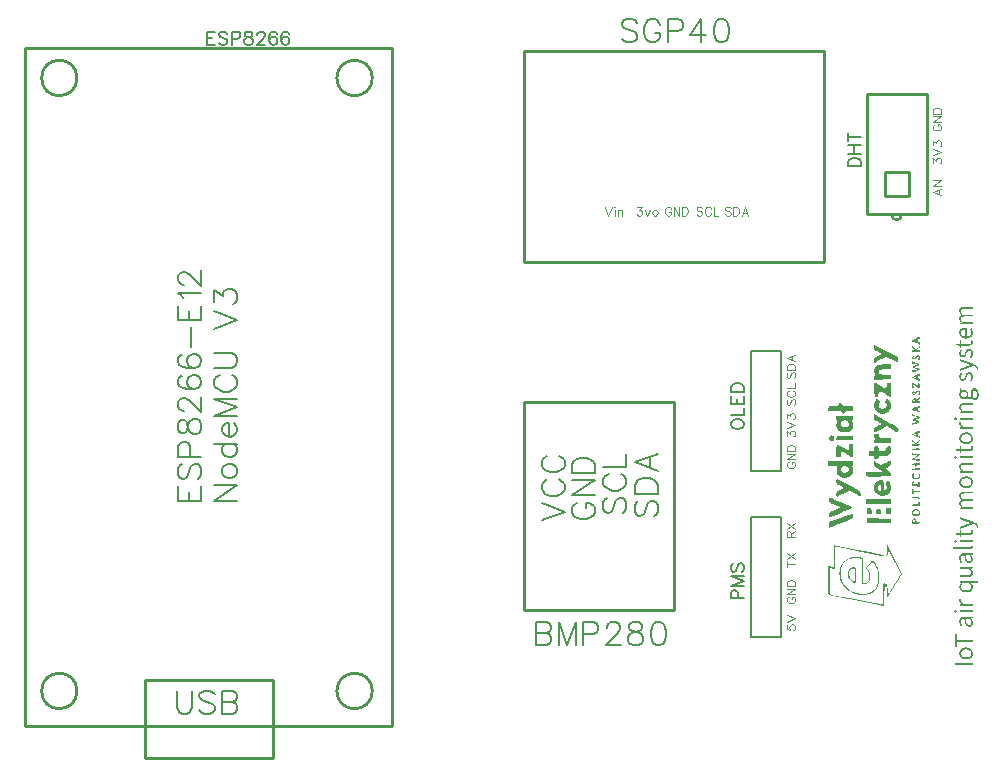
<source format=gto>
G04 Layer: TopSilkscreenLayer*
G04 EasyEDA v6.5.22, 2023-01-16 17:42:31*
G04 f8123aca958c4c3ea5a118542eafadee,9c419fbbf7cf4e6293d4911e9c662303,10*
G04 Gerber Generator version 0.2*
G04 Scale: 100 percent, Rotated: No, Reflected: No *
G04 Dimensions in inches *
G04 leading zeros omitted , absolute positions ,3 integer and 6 decimal *
%FSLAX36Y36*%
%MOIN*%

%ADD10C,0.0039*%
%ADD11C,0.0080*%
%ADD12C,0.0060*%
%ADD13C,0.0100*%
%ADD14C,0.0080*%
%ADD15C,0.0115*%

%LPD*%
G36*
X3342559Y1956840D02*
G01*
X3340880Y1956420D01*
X3338480Y1955540D01*
X3331100Y1952240D01*
X3326540Y1950080D01*
X3322980Y1948220D01*
X3320400Y1946639D01*
X3318720Y1945280D01*
X3318227Y1944560D01*
X3327400Y1944560D01*
X3327580Y1945520D01*
X3328120Y1946300D01*
X3328900Y1946840D01*
X3329860Y1947020D01*
X3330820Y1946840D01*
X3331600Y1946300D01*
X3332140Y1945520D01*
X3332320Y1944560D01*
X3332140Y1943600D01*
X3331600Y1942820D01*
X3330820Y1942300D01*
X3329860Y1942100D01*
X3328900Y1942300D01*
X3328120Y1942820D01*
X3327580Y1943600D01*
X3327400Y1944560D01*
X3318227Y1944560D01*
X3317900Y1944079D01*
X3317860Y1942980D01*
X3318580Y1941920D01*
X3320000Y1940860D01*
X3320960Y1940380D01*
X3321740Y1940160D01*
X3322260Y1940220D01*
X3322460Y1940600D01*
X3322820Y1940920D01*
X3323840Y1940840D01*
X3325360Y1940460D01*
X3327300Y1939800D01*
X3331880Y1937880D01*
X3336640Y1935540D01*
X3340600Y1933220D01*
X3341960Y1932200D01*
X3342760Y1931339D01*
X3343480Y1930760D01*
X3344060Y1931279D01*
X3344460Y1932820D01*
X3344620Y1935240D01*
X3344440Y1938380D01*
X3343800Y1940200D01*
X3342600Y1940840D01*
X3338900Y1940000D01*
X3337840Y1940500D01*
X3337480Y1942060D01*
X3337720Y1944840D01*
X3338300Y1947080D01*
X3339240Y1948820D01*
X3340380Y1949880D01*
X3341620Y1950120D01*
X3342799Y1950220D01*
X3343759Y1951000D01*
X3344420Y1952300D01*
X3344660Y1954000D01*
X3344580Y1955360D01*
X3344300Y1956279D01*
X3343660Y1956780D01*
G37*
G36*
X3194120Y1928640D02*
G01*
X3193399Y1928560D01*
X3192840Y1928340D01*
X3192420Y1927980D01*
X3192120Y1927440D01*
X3191920Y1926780D01*
X3191760Y1925060D01*
X3191840Y1919040D01*
X3192140Y1916980D01*
X3192740Y1915240D01*
X3193759Y1913740D01*
X3195299Y1912340D01*
X3197460Y1910920D01*
X3200360Y1909379D01*
X3207580Y1905940D01*
X3212620Y1903340D01*
X3214180Y1902280D01*
X3215140Y1901320D01*
X3215440Y1900420D01*
X3215120Y1899520D01*
X3214180Y1898580D01*
X3212600Y1897560D01*
X3210380Y1896420D01*
X3200240Y1891840D01*
X3197320Y1890380D01*
X3195140Y1889019D01*
X3193639Y1887660D01*
X3192660Y1886140D01*
X3192080Y1884340D01*
X3191840Y1882120D01*
X3191780Y1879379D01*
X3191880Y1875960D01*
X3192180Y1873180D01*
X3192600Y1871279D01*
X3193120Y1870600D01*
X3193780Y1870800D01*
X3197100Y1872360D01*
X3202559Y1875160D01*
X3209480Y1878839D01*
X3232100Y1891240D01*
X3261540Y1875620D01*
X3266500Y1873160D01*
X3268360Y1872380D01*
X3269840Y1871860D01*
X3270980Y1871620D01*
X3271840Y1871680D01*
X3272440Y1872000D01*
X3272799Y1872580D01*
X3273000Y1873440D01*
X3272980Y1875940D01*
X3271920Y1888860D01*
X3219220Y1917020D01*
X3205680Y1924079D01*
X3201019Y1926339D01*
X3197540Y1927800D01*
X3196180Y1928260D01*
G37*
G36*
X3319600Y1927120D02*
G01*
X3318100Y1926540D01*
X3317520Y1923899D01*
X3317960Y1922280D01*
X3319160Y1920360D01*
X3320920Y1918400D01*
X3323080Y1916639D01*
X3328620Y1912760D01*
X3323080Y1912640D01*
X3320899Y1912520D01*
X3319200Y1912280D01*
X3317919Y1911940D01*
X3317060Y1911519D01*
X3316580Y1911040D01*
X3316480Y1910520D01*
X3316740Y1909960D01*
X3317320Y1909379D01*
X3318200Y1908800D01*
X3319360Y1908260D01*
X3320779Y1907740D01*
X3322460Y1907280D01*
X3324340Y1906900D01*
X3326420Y1906600D01*
X3328680Y1906420D01*
X3331080Y1906339D01*
X3334820Y1906380D01*
X3337840Y1906519D01*
X3340200Y1906759D01*
X3341980Y1907140D01*
X3343240Y1907680D01*
X3344060Y1908400D01*
X3344520Y1909300D01*
X3344640Y1910440D01*
X3344360Y1912260D01*
X3343399Y1913280D01*
X3341680Y1913560D01*
X3339100Y1913140D01*
X3333560Y1911780D01*
X3339520Y1918300D01*
X3341740Y1920920D01*
X3343380Y1923280D01*
X3344260Y1925080D01*
X3344240Y1926080D01*
X3343399Y1926180D01*
X3342040Y1925520D01*
X3340340Y1924199D01*
X3336420Y1920320D01*
X3334440Y1918860D01*
X3332559Y1917980D01*
X3330760Y1917680D01*
X3329060Y1917960D01*
X3327420Y1918839D01*
X3325860Y1920320D01*
X3321780Y1925720D01*
G37*
G36*
X3338440Y1897240D02*
G01*
X3336180Y1896500D01*
X3333759Y1894740D01*
X3331220Y1891960D01*
X3329040Y1889420D01*
X3327000Y1887320D01*
X3325320Y1885900D01*
X3324220Y1885380D01*
X3322700Y1886480D01*
X3322540Y1889019D01*
X3323540Y1891840D01*
X3325539Y1893760D01*
X3326360Y1894259D01*
X3326280Y1894580D01*
X3325380Y1894680D01*
X3323720Y1894560D01*
X3321500Y1893959D01*
X3319820Y1892880D01*
X3318700Y1891440D01*
X3318159Y1889740D01*
X3318220Y1887940D01*
X3318880Y1886140D01*
X3320179Y1884500D01*
X3322120Y1883100D01*
X3324780Y1882040D01*
X3326980Y1882220D01*
X3329160Y1883800D01*
X3333920Y1889560D01*
X3336019Y1891260D01*
X3337919Y1892000D01*
X3339460Y1891699D01*
X3340760Y1890660D01*
X3341200Y1889520D01*
X3340760Y1888140D01*
X3339480Y1886339D01*
X3337919Y1883580D01*
X3338000Y1881540D01*
X3339460Y1880720D01*
X3342020Y1881579D01*
X3343340Y1882920D01*
X3344180Y1884820D01*
X3344580Y1887120D01*
X3344560Y1889580D01*
X3344120Y1892020D01*
X3343300Y1894199D01*
X3342100Y1895920D01*
X3340560Y1896980D01*
G37*
G36*
X3319080Y1875020D02*
G01*
X3318300Y1874640D01*
X3317660Y1872300D01*
X3318500Y1869300D01*
X3320160Y1866980D01*
X3322040Y1866639D01*
X3323420Y1866980D01*
X3325620Y1866940D01*
X3328340Y1866579D01*
X3331300Y1865880D01*
X3338480Y1863860D01*
X3329240Y1862020D01*
X3326540Y1861360D01*
X3324320Y1860600D01*
X3322580Y1859760D01*
X3321320Y1858839D01*
X3320560Y1857880D01*
X3320280Y1856900D01*
X3320480Y1855920D01*
X3321180Y1854960D01*
X3322360Y1854060D01*
X3324040Y1853240D01*
X3326200Y1852500D01*
X3331120Y1851380D01*
X3332820Y1850800D01*
X3334020Y1850180D01*
X3334720Y1849540D01*
X3334940Y1848880D01*
X3334680Y1848240D01*
X3333980Y1847660D01*
X3332860Y1847120D01*
X3331300Y1846660D01*
X3329360Y1846300D01*
X3327020Y1846060D01*
X3324320Y1845980D01*
X3321340Y1845720D01*
X3319220Y1844960D01*
X3317960Y1843740D01*
X3317520Y1842020D01*
X3317780Y1840600D01*
X3318420Y1839640D01*
X3319400Y1839220D01*
X3320620Y1839420D01*
X3322640Y1840160D01*
X3337080Y1844500D01*
X3339400Y1845380D01*
X3341200Y1846260D01*
X3342480Y1847140D01*
X3343279Y1848040D01*
X3343560Y1848940D01*
X3343340Y1849860D01*
X3342600Y1850760D01*
X3341360Y1851639D01*
X3339620Y1852540D01*
X3337380Y1853420D01*
X3334620Y1854280D01*
X3326160Y1856680D01*
X3335460Y1859139D01*
X3338000Y1859900D01*
X3340040Y1860680D01*
X3341620Y1861500D01*
X3342740Y1862340D01*
X3343360Y1863200D01*
X3343519Y1864060D01*
X3343220Y1864940D01*
X3342440Y1865820D01*
X3341180Y1866720D01*
X3339460Y1867600D01*
X3337260Y1868480D01*
X3331060Y1870460D01*
X3327679Y1871699D01*
X3324840Y1872920D01*
X3321540Y1874620D01*
X3320220Y1875000D01*
G37*
G36*
X3248840Y1866140D02*
G01*
X3220020Y1865100D01*
X3212080Y1864660D01*
X3209000Y1864379D01*
X3206420Y1864040D01*
X3204280Y1863620D01*
X3202500Y1863120D01*
X3201000Y1862500D01*
X3199720Y1861759D01*
X3198580Y1860880D01*
X3196480Y1858600D01*
X3195280Y1856920D01*
X3194260Y1855040D01*
X3193399Y1853020D01*
X3192740Y1850900D01*
X3192260Y1848680D01*
X3191980Y1846420D01*
X3191880Y1844139D01*
X3191960Y1841860D01*
X3192260Y1839620D01*
X3192740Y1837440D01*
X3193440Y1835380D01*
X3195320Y1831320D01*
X3195640Y1829820D01*
X3195320Y1828959D01*
X3194320Y1828680D01*
X3193340Y1828080D01*
X3192520Y1826480D01*
X3191980Y1824100D01*
X3191780Y1821200D01*
X3191780Y1813720D01*
X3247260Y1815120D01*
X3247260Y1829900D01*
X3229600Y1830620D01*
X3225120Y1830880D01*
X3221200Y1831240D01*
X3217799Y1831720D01*
X3214880Y1832340D01*
X3212480Y1833100D01*
X3210520Y1834000D01*
X3209040Y1835080D01*
X3207980Y1836320D01*
X3207340Y1837760D01*
X3207080Y1839379D01*
X3207220Y1841200D01*
X3207740Y1843240D01*
X3208340Y1844700D01*
X3209200Y1845860D01*
X3210480Y1846759D01*
X3212340Y1847460D01*
X3214900Y1847980D01*
X3218300Y1848380D01*
X3228279Y1848920D01*
X3247260Y1849640D01*
G37*
G36*
X3342919Y1834560D02*
G01*
X3341360Y1834240D01*
X3339100Y1833440D01*
X3331880Y1830380D01*
X3328759Y1828940D01*
X3326000Y1827520D01*
X3323600Y1826140D01*
X3321600Y1824820D01*
X3320000Y1823560D01*
X3318692Y1822240D01*
X3324920Y1822240D01*
X3325220Y1822740D01*
X3326019Y1823340D01*
X3327180Y1824000D01*
X3328620Y1824640D01*
X3330059Y1825000D01*
X3331240Y1824940D01*
X3332040Y1824480D01*
X3332320Y1823660D01*
X3332040Y1822740D01*
X3331240Y1821980D01*
X3330059Y1821459D01*
X3328620Y1821279D01*
X3327180Y1821360D01*
X3326019Y1821560D01*
X3325220Y1821860D01*
X3324920Y1822240D01*
X3318692Y1822240D01*
X3318100Y1821399D01*
X3317840Y1820520D01*
X3318039Y1819800D01*
X3318759Y1819259D01*
X3319980Y1818920D01*
X3321740Y1818820D01*
X3324240Y1818440D01*
X3327679Y1817440D01*
X3331580Y1815960D01*
X3335500Y1814139D01*
X3340720Y1811579D01*
X3343440Y1810720D01*
X3344480Y1811579D01*
X3344660Y1814139D01*
X3344420Y1815900D01*
X3343759Y1817260D01*
X3342799Y1818060D01*
X3340380Y1818420D01*
X3339240Y1819500D01*
X3338300Y1821240D01*
X3337720Y1823480D01*
X3337480Y1826240D01*
X3337840Y1827820D01*
X3338900Y1828300D01*
X3342520Y1827460D01*
X3343720Y1827860D01*
X3344420Y1829079D01*
X3344660Y1831160D01*
X3344620Y1832700D01*
X3344400Y1833779D01*
X3343880Y1834400D01*
G37*
G36*
X3192760Y1804019D02*
G01*
X3192320Y1803700D01*
X3191940Y1802760D01*
X3191660Y1801300D01*
X3191320Y1797020D01*
X3191259Y1791380D01*
X3191440Y1784900D01*
X3191840Y1778140D01*
X3192420Y1771579D01*
X3193159Y1765780D01*
X3194020Y1761279D01*
X3194480Y1759660D01*
X3194980Y1758560D01*
X3195480Y1758060D01*
X3197960Y1757360D01*
X3200140Y1757240D01*
X3202040Y1757700D01*
X3203639Y1758740D01*
X3204900Y1760320D01*
X3205820Y1762420D01*
X3206380Y1765040D01*
X3206580Y1768180D01*
X3206580Y1771720D01*
X3206800Y1774220D01*
X3207080Y1775080D01*
X3207500Y1775700D01*
X3208100Y1776040D01*
X3208940Y1776120D01*
X3210020Y1775940D01*
X3211380Y1775480D01*
X3213080Y1774760D01*
X3217559Y1772500D01*
X3231160Y1765040D01*
X3237760Y1761519D01*
X3243020Y1758860D01*
X3246259Y1757360D01*
X3246940Y1757160D01*
X3247260Y1757640D01*
X3247540Y1759019D01*
X3248039Y1764040D01*
X3248360Y1771500D01*
X3248480Y1780600D01*
X3248480Y1804019D01*
X3238940Y1803959D01*
X3237200Y1803760D01*
X3235880Y1803280D01*
X3234920Y1802400D01*
X3234260Y1801060D01*
X3233800Y1799139D01*
X3233480Y1796500D01*
X3232460Y1782140D01*
X3209200Y1795280D01*
X3196640Y1802140D01*
X3193360Y1803800D01*
G37*
G36*
X3341300Y1804019D02*
G01*
X3339880Y1803620D01*
X3339060Y1802440D01*
X3338840Y1800420D01*
X3339180Y1797520D01*
X3340419Y1791040D01*
X3328020Y1799440D01*
X3325600Y1801000D01*
X3323580Y1802180D01*
X3321940Y1802980D01*
X3320620Y1803420D01*
X3319580Y1803480D01*
X3318800Y1803140D01*
X3318260Y1802400D01*
X3317880Y1801260D01*
X3317660Y1799720D01*
X3317520Y1795380D01*
X3317740Y1791600D01*
X3318399Y1788899D01*
X3319480Y1787300D01*
X3321000Y1786759D01*
X3322400Y1787080D01*
X3323240Y1788020D01*
X3323500Y1789560D01*
X3323180Y1791680D01*
X3322740Y1793700D01*
X3322700Y1795140D01*
X3323039Y1796040D01*
X3323820Y1796360D01*
X3325059Y1796120D01*
X3326820Y1795340D01*
X3329100Y1794000D01*
X3334860Y1790080D01*
X3339260Y1787200D01*
X3340860Y1786339D01*
X3342100Y1785860D01*
X3343039Y1785780D01*
X3343720Y1786100D01*
X3344160Y1786840D01*
X3344440Y1787980D01*
X3344580Y1789560D01*
X3344660Y1794000D01*
X3344440Y1798440D01*
X3343820Y1801560D01*
X3342780Y1803400D01*
G37*
G36*
X3338700Y1778200D02*
G01*
X3337220Y1777940D01*
X3335680Y1777340D01*
X3334120Y1776380D01*
X3332540Y1775040D01*
X3328920Y1770900D01*
X3326940Y1768880D01*
X3325299Y1767520D01*
X3324220Y1767020D01*
X3322700Y1768140D01*
X3322540Y1770660D01*
X3323540Y1773480D01*
X3325539Y1775420D01*
X3326360Y1775900D01*
X3326280Y1776220D01*
X3325380Y1776320D01*
X3323720Y1776200D01*
X3321600Y1775660D01*
X3319960Y1774660D01*
X3318840Y1773300D01*
X3318220Y1771660D01*
X3318159Y1769860D01*
X3318660Y1768000D01*
X3319740Y1766140D01*
X3321420Y1764400D01*
X3323759Y1762860D01*
X3325800Y1762840D01*
X3328120Y1764580D01*
X3334320Y1771780D01*
X3336580Y1773520D01*
X3338440Y1773680D01*
X3340240Y1772420D01*
X3341660Y1770780D01*
X3342060Y1769460D01*
X3341440Y1768300D01*
X3338500Y1766060D01*
X3337700Y1765020D01*
X3337440Y1764019D01*
X3337780Y1763220D01*
X3338900Y1762480D01*
X3340059Y1762340D01*
X3341200Y1762740D01*
X3342280Y1763620D01*
X3343240Y1764920D01*
X3343980Y1766560D01*
X3344480Y1768480D01*
X3344660Y1770620D01*
X3344500Y1772660D01*
X3344060Y1774379D01*
X3343360Y1775800D01*
X3342460Y1776900D01*
X3341360Y1777660D01*
X3340100Y1778100D01*
G37*
G36*
X3343460Y1756080D02*
G01*
X3341980Y1755320D01*
X3337400Y1751699D01*
X3335160Y1750800D01*
X3332860Y1750940D01*
X3330240Y1752040D01*
X3327940Y1752860D01*
X3325680Y1752940D01*
X3323540Y1752340D01*
X3321600Y1751120D01*
X3319940Y1749379D01*
X3318660Y1747160D01*
X3317820Y1744540D01*
X3317765Y1744000D01*
X3322919Y1744000D01*
X3322940Y1745020D01*
X3323460Y1746060D01*
X3324240Y1746900D01*
X3325179Y1747460D01*
X3326160Y1747680D01*
X3327140Y1747460D01*
X3328080Y1746900D01*
X3328860Y1746060D01*
X3329380Y1745020D01*
X3329400Y1744000D01*
X3328800Y1743160D01*
X3327679Y1742580D01*
X3326160Y1742380D01*
X3324640Y1742580D01*
X3323519Y1743160D01*
X3322919Y1744000D01*
X3317765Y1744000D01*
X3317520Y1741579D01*
X3317600Y1739960D01*
X3317919Y1738680D01*
X3318580Y1737740D01*
X3319700Y1737060D01*
X3321400Y1736620D01*
X3323780Y1736360D01*
X3331080Y1736200D01*
X3334820Y1736240D01*
X3337840Y1736380D01*
X3340200Y1736620D01*
X3341980Y1737020D01*
X3343240Y1737540D01*
X3344060Y1738260D01*
X3344520Y1739160D01*
X3344640Y1740300D01*
X3344340Y1742100D01*
X3343380Y1743160D01*
X3341660Y1743520D01*
X3339100Y1743180D01*
X3333560Y1742000D01*
X3339100Y1746900D01*
X3341259Y1749040D01*
X3343020Y1751260D01*
X3344220Y1753280D01*
X3344660Y1754860D01*
X3344360Y1755920D01*
G37*
G36*
X3202960Y1752640D02*
G01*
X3197380Y1746140D01*
X3195920Y1744259D01*
X3194680Y1742240D01*
X3193639Y1740100D01*
X3192820Y1737860D01*
X3192180Y1735560D01*
X3191760Y1733180D01*
X3191540Y1730760D01*
X3191520Y1728300D01*
X3191700Y1725860D01*
X3192080Y1723420D01*
X3192660Y1721020D01*
X3193440Y1718680D01*
X3194420Y1716399D01*
X3195600Y1714220D01*
X3196980Y1712140D01*
X3198560Y1710200D01*
X3199980Y1708720D01*
X3201440Y1707360D01*
X3202940Y1706120D01*
X3204480Y1705040D01*
X3206040Y1704079D01*
X3207640Y1703240D01*
X3209260Y1702520D01*
X3210880Y1701920D01*
X3214200Y1701060D01*
X3215860Y1700800D01*
X3219200Y1700600D01*
X3220860Y1700660D01*
X3224140Y1701060D01*
X3227340Y1701840D01*
X3230440Y1702980D01*
X3231940Y1703660D01*
X3234820Y1705280D01*
X3237520Y1707180D01*
X3239980Y1709340D01*
X3242200Y1711759D01*
X3244120Y1714400D01*
X3244980Y1715800D01*
X3245740Y1717240D01*
X3246980Y1720260D01*
X3247480Y1721819D01*
X3247860Y1723420D01*
X3248140Y1725040D01*
X3248320Y1726720D01*
X3248380Y1728400D01*
X3248320Y1730120D01*
X3248140Y1731840D01*
X3247840Y1733600D01*
X3247400Y1735360D01*
X3246840Y1737140D01*
X3246139Y1738940D01*
X3245299Y1740740D01*
X3244300Y1742540D01*
X3242260Y1745720D01*
X3240380Y1748100D01*
X3238580Y1749700D01*
X3236880Y1750520D01*
X3235220Y1750560D01*
X3233580Y1749840D01*
X3231940Y1748380D01*
X3230280Y1746140D01*
X3228399Y1743000D01*
X3227740Y1740840D01*
X3228320Y1739139D01*
X3231460Y1736020D01*
X3232480Y1734560D01*
X3233180Y1733020D01*
X3233560Y1731399D01*
X3233639Y1729780D01*
X3233440Y1728140D01*
X3232980Y1726540D01*
X3232260Y1724980D01*
X3231300Y1723500D01*
X3230120Y1722120D01*
X3228720Y1720900D01*
X3227140Y1719820D01*
X3225400Y1718940D01*
X3223480Y1718280D01*
X3221420Y1717860D01*
X3219220Y1717720D01*
X3216460Y1717900D01*
X3214020Y1718440D01*
X3211900Y1719319D01*
X3210100Y1720500D01*
X3208660Y1721940D01*
X3207600Y1723620D01*
X3206900Y1725540D01*
X3206580Y1727620D01*
X3206680Y1729880D01*
X3207200Y1732280D01*
X3208140Y1734760D01*
X3210860Y1739960D01*
X3211040Y1742200D01*
X3210040Y1744520D01*
X3207740Y1747380D01*
G37*
G36*
X3079580Y1737300D02*
G01*
X3077880Y1737000D01*
X3076320Y1736140D01*
X3075040Y1734660D01*
X3074160Y1732620D01*
X3073660Y1731240D01*
X3072900Y1730120D01*
X3071760Y1729220D01*
X3070140Y1728540D01*
X3067900Y1728020D01*
X3064960Y1727620D01*
X3061200Y1727320D01*
X3040140Y1726339D01*
X3038580Y1710320D01*
X3065419Y1710300D01*
X3072720Y1710180D01*
X3077780Y1709820D01*
X3079620Y1709520D01*
X3081060Y1709139D01*
X3082180Y1708640D01*
X3083020Y1708040D01*
X3083660Y1707300D01*
X3084140Y1706420D01*
X3084520Y1705380D01*
X3085419Y1703480D01*
X3086720Y1701900D01*
X3088260Y1700840D01*
X3089840Y1700460D01*
X3091400Y1700840D01*
X3092880Y1701900D01*
X3094100Y1703480D01*
X3094900Y1705380D01*
X3095380Y1706800D01*
X3096060Y1707920D01*
X3097040Y1708779D01*
X3098399Y1709420D01*
X3100260Y1709860D01*
X3102679Y1710140D01*
X3105760Y1710280D01*
X3123039Y1710320D01*
X3121500Y1726339D01*
X3098780Y1727320D01*
X3094720Y1727600D01*
X3091580Y1728000D01*
X3089200Y1728520D01*
X3087480Y1729199D01*
X3086300Y1730080D01*
X3085520Y1731220D01*
X3084140Y1734660D01*
X3082860Y1736120D01*
X3081280Y1737000D01*
G37*
G36*
X3343580Y1728400D02*
G01*
X3341540Y1728000D01*
X3334700Y1724800D01*
X3327480Y1721660D01*
X3322120Y1719520D01*
X3320400Y1718680D01*
X3319140Y1717880D01*
X3318380Y1717080D01*
X3318269Y1716740D01*
X3324920Y1716740D01*
X3325220Y1717120D01*
X3326019Y1717440D01*
X3327180Y1717640D01*
X3328620Y1717720D01*
X3330059Y1717520D01*
X3331240Y1717020D01*
X3332040Y1716260D01*
X3332320Y1715320D01*
X3332040Y1714520D01*
X3331240Y1714060D01*
X3330059Y1714000D01*
X3328620Y1714360D01*
X3327180Y1714980D01*
X3326019Y1715640D01*
X3325220Y1716260D01*
X3324920Y1716740D01*
X3318269Y1716740D01*
X3318120Y1716279D01*
X3318360Y1715440D01*
X3319120Y1714560D01*
X3320419Y1713620D01*
X3322260Y1712580D01*
X3324640Y1711440D01*
X3331139Y1708779D01*
X3338680Y1705980D01*
X3341060Y1705240D01*
X3342720Y1704960D01*
X3343780Y1705100D01*
X3344360Y1705680D01*
X3344600Y1706680D01*
X3344660Y1708100D01*
X3344420Y1709980D01*
X3343720Y1711140D01*
X3342580Y1711540D01*
X3339220Y1710900D01*
X3338080Y1711600D01*
X3337460Y1713420D01*
X3337260Y1716480D01*
X3337460Y1719540D01*
X3338080Y1721360D01*
X3339220Y1722060D01*
X3342580Y1721420D01*
X3343740Y1721840D01*
X3344420Y1723040D01*
X3344660Y1725000D01*
X3344460Y1727440D01*
G37*
G36*
X3318800Y1700080D02*
G01*
X3317940Y1699960D01*
X3317580Y1699420D01*
X3317520Y1697080D01*
X3318279Y1695540D01*
X3320400Y1694079D01*
X3323720Y1692800D01*
X3328020Y1691759D01*
X3338480Y1689840D01*
X3329240Y1687320D01*
X3325659Y1686100D01*
X3322720Y1684640D01*
X3320720Y1683140D01*
X3320000Y1681780D01*
X3320720Y1680420D01*
X3322720Y1678940D01*
X3325659Y1677540D01*
X3329240Y1676360D01*
X3338480Y1673980D01*
X3328020Y1672100D01*
X3323560Y1671080D01*
X3320260Y1669780D01*
X3318220Y1668300D01*
X3317520Y1666639D01*
X3317780Y1665360D01*
X3318440Y1664500D01*
X3319420Y1664160D01*
X3320620Y1664379D01*
X3322640Y1665140D01*
X3329880Y1667500D01*
X3337000Y1669700D01*
X3339300Y1670600D01*
X3341100Y1671480D01*
X3342400Y1672360D01*
X3343180Y1673220D01*
X3343460Y1674079D01*
X3343260Y1674940D01*
X3342540Y1675800D01*
X3341300Y1676660D01*
X3339580Y1677500D01*
X3337360Y1678360D01*
X3326160Y1681600D01*
X3338159Y1684860D01*
X3340320Y1685640D01*
X3341920Y1686420D01*
X3342960Y1687240D01*
X3343460Y1688080D01*
X3343399Y1688959D01*
X3342780Y1689880D01*
X3341580Y1690880D01*
X3339800Y1691960D01*
X3337460Y1693140D01*
X3334520Y1694420D01*
X3326220Y1697620D01*
X3320320Y1699740D01*
G37*
G36*
X3191780Y1698360D02*
G01*
X3191840Y1686840D01*
X3192120Y1684620D01*
X3192720Y1682780D01*
X3193759Y1681160D01*
X3195360Y1679640D01*
X3197640Y1678060D01*
X3200720Y1676320D01*
X3217640Y1667720D01*
X3200800Y1659420D01*
X3197760Y1657740D01*
X3195480Y1656220D01*
X3193860Y1654760D01*
X3192780Y1653220D01*
X3192160Y1651480D01*
X3191860Y1649420D01*
X3191780Y1646940D01*
X3191960Y1643779D01*
X3192440Y1641200D01*
X3193159Y1639460D01*
X3194060Y1638820D01*
X3194880Y1639019D01*
X3198480Y1640500D01*
X3204060Y1643200D01*
X3210960Y1646740D01*
X3233080Y1658640D01*
X3253960Y1646620D01*
X3260120Y1643220D01*
X3264800Y1640900D01*
X3266660Y1640140D01*
X3268220Y1639660D01*
X3269520Y1639440D01*
X3270560Y1639460D01*
X3271400Y1639760D01*
X3272040Y1640300D01*
X3272500Y1641120D01*
X3272820Y1642180D01*
X3273020Y1643480D01*
X3273180Y1648680D01*
X3273159Y1650260D01*
X3273000Y1651660D01*
X3272840Y1652320D01*
X3272240Y1653620D01*
X3271200Y1654920D01*
X3269620Y1656360D01*
X3267340Y1658000D01*
X3264300Y1659900D01*
X3260340Y1662200D01*
X3249220Y1668200D01*
G37*
G36*
X3066019Y1693060D02*
G01*
X3066019Y1685660D01*
X3066220Y1682780D01*
X3066780Y1680440D01*
X3067580Y1678839D01*
X3068580Y1678260D01*
X3069560Y1677980D01*
X3069900Y1677120D01*
X3069560Y1675620D01*
X3067520Y1671000D01*
X3066780Y1668160D01*
X3066638Y1667160D01*
X3080820Y1667160D01*
X3081060Y1669420D01*
X3081680Y1671699D01*
X3082620Y1673740D01*
X3083780Y1675300D01*
X3085299Y1676560D01*
X3086980Y1677540D01*
X3088820Y1678220D01*
X3090740Y1678640D01*
X3092720Y1678800D01*
X3094740Y1678700D01*
X3096740Y1678380D01*
X3098680Y1677860D01*
X3100560Y1677100D01*
X3102280Y1676160D01*
X3103860Y1675040D01*
X3105220Y1673760D01*
X3106360Y1672320D01*
X3107220Y1670720D01*
X3107760Y1669000D01*
X3107940Y1667160D01*
X3107720Y1664600D01*
X3107080Y1662360D01*
X3106000Y1660460D01*
X3104500Y1658880D01*
X3102580Y1657660D01*
X3100260Y1656780D01*
X3097520Y1656240D01*
X3094380Y1656080D01*
X3091240Y1656240D01*
X3088500Y1656780D01*
X3086180Y1657660D01*
X3084260Y1658880D01*
X3082760Y1660460D01*
X3081680Y1662360D01*
X3081040Y1664600D01*
X3080820Y1667160D01*
X3066638Y1667160D01*
X3066340Y1665060D01*
X3066200Y1661860D01*
X3066360Y1658680D01*
X3066840Y1655640D01*
X3067600Y1652880D01*
X3068680Y1650520D01*
X3069740Y1648940D01*
X3070960Y1647480D01*
X3072360Y1646140D01*
X3073920Y1644920D01*
X3075600Y1643820D01*
X3077420Y1642820D01*
X3079340Y1641960D01*
X3081340Y1641220D01*
X3083440Y1640580D01*
X3085620Y1640080D01*
X3087840Y1639680D01*
X3090100Y1639420D01*
X3092380Y1639259D01*
X3094680Y1639220D01*
X3096980Y1639300D01*
X3099260Y1639500D01*
X3101500Y1639820D01*
X3103700Y1640240D01*
X3105860Y1640800D01*
X3107919Y1641459D01*
X3109900Y1642240D01*
X3111800Y1643160D01*
X3113560Y1644160D01*
X3115200Y1645300D01*
X3116700Y1646560D01*
X3118039Y1647920D01*
X3119220Y1649400D01*
X3120200Y1651000D01*
X3121259Y1653440D01*
X3122020Y1656200D01*
X3122480Y1659139D01*
X3122640Y1662200D01*
X3122500Y1665240D01*
X3122060Y1668180D01*
X3121300Y1670920D01*
X3119340Y1675460D01*
X3119020Y1677200D01*
X3119340Y1678540D01*
X3121220Y1680560D01*
X3122000Y1682340D01*
X3122540Y1684580D01*
X3122740Y1687040D01*
X3122740Y1693060D01*
G37*
G36*
X3342860Y1644480D02*
G01*
X3341300Y1644139D01*
X3339020Y1643340D01*
X3331840Y1640280D01*
X3328780Y1638860D01*
X3326040Y1637460D01*
X3323680Y1636100D01*
X3321660Y1634800D01*
X3320059Y1633600D01*
X3319014Y1632640D01*
X3324920Y1632640D01*
X3325220Y1633040D01*
X3326019Y1633560D01*
X3327180Y1634160D01*
X3328620Y1634780D01*
X3330140Y1635100D01*
X3331320Y1634840D01*
X3332060Y1634000D01*
X3332320Y1632640D01*
X3332060Y1631300D01*
X3331320Y1630460D01*
X3330140Y1630200D01*
X3328620Y1630520D01*
X3327180Y1631120D01*
X3325220Y1632260D01*
X3324920Y1632640D01*
X3319014Y1632640D01*
X3318060Y1631480D01*
X3317720Y1630620D01*
X3317840Y1629920D01*
X3318440Y1629400D01*
X3319520Y1629060D01*
X3321139Y1628940D01*
X3323480Y1628580D01*
X3326840Y1627560D01*
X3330800Y1626060D01*
X3334920Y1624240D01*
X3340440Y1621660D01*
X3342160Y1621000D01*
X3343340Y1620780D01*
X3344080Y1621000D01*
X3344460Y1621620D01*
X3344620Y1622680D01*
X3344660Y1624160D01*
X3344420Y1626100D01*
X3343740Y1627280D01*
X3342580Y1627700D01*
X3339220Y1627060D01*
X3338080Y1627760D01*
X3337460Y1629600D01*
X3337260Y1632640D01*
X3337460Y1635700D01*
X3338080Y1637520D01*
X3339220Y1638240D01*
X3342580Y1637580D01*
X3343740Y1638020D01*
X3344420Y1639220D01*
X3344660Y1641220D01*
X3344600Y1642700D01*
X3344380Y1643740D01*
X3343840Y1644340D01*
G37*
G36*
X3200400Y1633880D02*
G01*
X3197320Y1633620D01*
X3194840Y1632900D01*
X3193000Y1631780D01*
X3191840Y1630320D01*
X3191360Y1628580D01*
X3191620Y1626639D01*
X3192640Y1624520D01*
X3195539Y1621000D01*
X3195899Y1619880D01*
X3195539Y1618899D01*
X3194460Y1617980D01*
X3193420Y1616759D01*
X3192559Y1614660D01*
X3191980Y1611980D01*
X3191780Y1609000D01*
X3191780Y1601660D01*
X3247260Y1603060D01*
X3248800Y1619079D01*
X3227760Y1619139D01*
X3224120Y1619300D01*
X3220940Y1619580D01*
X3218180Y1620000D01*
X3215840Y1620580D01*
X3213900Y1621279D01*
X3212320Y1622180D01*
X3211080Y1623240D01*
X3210140Y1624480D01*
X3209520Y1625920D01*
X3209160Y1627580D01*
X3209040Y1629440D01*
X3208620Y1631579D01*
X3207220Y1632940D01*
X3204560Y1633660D01*
G37*
G36*
X3051200Y1628620D02*
G01*
X3048620Y1628560D01*
X3046920Y1628120D01*
X3045440Y1627320D01*
X3044180Y1626220D01*
X3043140Y1624880D01*
X3042360Y1623340D01*
X3041840Y1621660D01*
X3041580Y1619920D01*
X3041600Y1618140D01*
X3041940Y1616399D01*
X3042580Y1614740D01*
X3043519Y1613220D01*
X3044820Y1611879D01*
X3046760Y1610700D01*
X3048900Y1610100D01*
X3051100Y1610020D01*
X3053279Y1610480D01*
X3055320Y1611380D01*
X3057080Y1612740D01*
X3058460Y1614480D01*
X3059340Y1616579D01*
X3059680Y1619120D01*
X3059420Y1621500D01*
X3058600Y1623680D01*
X3057300Y1625540D01*
X3055600Y1627040D01*
X3053540Y1628080D01*
G37*
G36*
X3067260Y1627720D02*
G01*
X3065720Y1611680D01*
X3123039Y1611680D01*
X3121500Y1627720D01*
G37*
G36*
X3344220Y1614060D02*
G01*
X3342960Y1613940D01*
X3340899Y1612680D01*
X3338080Y1610300D01*
X3331500Y1604199D01*
X3324020Y1611140D01*
X3322180Y1612580D01*
X3320680Y1613500D01*
X3319500Y1613920D01*
X3318620Y1613820D01*
X3318000Y1613200D01*
X3317640Y1612080D01*
X3317520Y1610460D01*
X3317799Y1609019D01*
X3318519Y1607840D01*
X3319600Y1607040D01*
X3322520Y1606440D01*
X3324320Y1605540D01*
X3326120Y1604240D01*
X3327700Y1602640D01*
X3329320Y1600500D01*
X3329440Y1599480D01*
X3327840Y1599440D01*
X3324320Y1600240D01*
X3321080Y1600860D01*
X3318980Y1600760D01*
X3317860Y1599880D01*
X3317520Y1598180D01*
X3317720Y1595480D01*
X3317900Y1594640D01*
X3318140Y1594280D01*
X3320659Y1593800D01*
X3323420Y1593460D01*
X3326300Y1593300D01*
X3329240Y1593280D01*
X3332160Y1593380D01*
X3334960Y1593620D01*
X3337580Y1593980D01*
X3339900Y1594440D01*
X3341860Y1595000D01*
X3343360Y1595640D01*
X3344320Y1596360D01*
X3344660Y1597160D01*
X3344300Y1598980D01*
X3343140Y1600020D01*
X3341060Y1600380D01*
X3337880Y1600080D01*
X3331100Y1599040D01*
X3337880Y1604340D01*
X3340500Y1606660D01*
X3342660Y1609060D01*
X3344120Y1611279D01*
X3344660Y1613000D01*
G37*
G36*
X3110920Y1601579D02*
G01*
X3109720Y1601240D01*
X3108880Y1600480D01*
X3108360Y1599160D01*
X3108080Y1597200D01*
X3107960Y1594480D01*
X3107919Y1584680D01*
X3107820Y1583240D01*
X3107600Y1582120D01*
X3107240Y1581300D01*
X3106680Y1580780D01*
X3105940Y1580560D01*
X3104920Y1580660D01*
X3103639Y1581040D01*
X3102020Y1581720D01*
X3097700Y1583980D01*
X3079200Y1594400D01*
X3074920Y1596600D01*
X3073180Y1597360D01*
X3071680Y1597860D01*
X3070400Y1598100D01*
X3069340Y1598080D01*
X3068460Y1597780D01*
X3067740Y1597180D01*
X3067200Y1596300D01*
X3066760Y1595100D01*
X3066460Y1593580D01*
X3066120Y1589540D01*
X3066019Y1584100D01*
X3066019Y1554980D01*
X3075740Y1555020D01*
X3077520Y1555200D01*
X3078840Y1555640D01*
X3079740Y1556420D01*
X3080320Y1557620D01*
X3080640Y1559360D01*
X3080779Y1561740D01*
X3080899Y1568660D01*
X3081120Y1571800D01*
X3081440Y1573920D01*
X3081840Y1574700D01*
X3083600Y1573920D01*
X3087660Y1571800D01*
X3111620Y1558520D01*
X3115480Y1556740D01*
X3117040Y1556240D01*
X3118340Y1556000D01*
X3119440Y1556020D01*
X3120320Y1556360D01*
X3121040Y1556980D01*
X3121580Y1557900D01*
X3121980Y1559160D01*
X3122260Y1560740D01*
X3122420Y1562660D01*
X3122500Y1567580D01*
X3121500Y1600600D01*
X3112559Y1601579D01*
G37*
G36*
X3241980Y1593240D02*
G01*
X3240340Y1592960D01*
X3238480Y1592400D01*
X3235899Y1591060D01*
X3234040Y1589280D01*
X3232919Y1587020D01*
X3232520Y1584300D01*
X3232420Y1582500D01*
X3232120Y1581100D01*
X3231480Y1580020D01*
X3230419Y1579220D01*
X3228800Y1578640D01*
X3226520Y1578220D01*
X3223460Y1577920D01*
X3206580Y1576900D01*
X3206580Y1584440D01*
X3206340Y1588440D01*
X3205340Y1590720D01*
X3203120Y1591740D01*
X3199180Y1591960D01*
X3195240Y1591740D01*
X3193000Y1590720D01*
X3192000Y1588500D01*
X3191780Y1584560D01*
X3191740Y1582300D01*
X3191540Y1580540D01*
X3191139Y1579240D01*
X3190440Y1578320D01*
X3189360Y1577720D01*
X3187840Y1577360D01*
X3185800Y1577200D01*
X3180419Y1577140D01*
X3178340Y1576980D01*
X3176800Y1576600D01*
X3175740Y1575940D01*
X3175080Y1574880D01*
X3174700Y1573360D01*
X3174540Y1571260D01*
X3174540Y1565800D01*
X3174700Y1563720D01*
X3175080Y1562200D01*
X3175740Y1561140D01*
X3176800Y1560480D01*
X3178340Y1560100D01*
X3180419Y1559940D01*
X3183140Y1559900D01*
X3187440Y1559700D01*
X3190080Y1558940D01*
X3191420Y1557440D01*
X3192120Y1552580D01*
X3193320Y1551080D01*
X3195600Y1550280D01*
X3199180Y1550040D01*
X3202760Y1550280D01*
X3205020Y1551080D01*
X3206220Y1552580D01*
X3206580Y1554980D01*
X3206660Y1556440D01*
X3207020Y1557600D01*
X3207780Y1558460D01*
X3209000Y1559079D01*
X3210840Y1559500D01*
X3213399Y1559760D01*
X3216780Y1559880D01*
X3224360Y1559960D01*
X3227360Y1560140D01*
X3230120Y1560420D01*
X3232620Y1560860D01*
X3234900Y1561420D01*
X3236980Y1562120D01*
X3238820Y1562960D01*
X3240480Y1563980D01*
X3241920Y1565140D01*
X3243200Y1566480D01*
X3244300Y1568000D01*
X3245240Y1569680D01*
X3246019Y1571579D01*
X3246640Y1573660D01*
X3247140Y1575940D01*
X3247520Y1578420D01*
X3247799Y1581420D01*
X3247919Y1584060D01*
X3247840Y1586360D01*
X3247580Y1588320D01*
X3247140Y1589940D01*
X3246500Y1591240D01*
X3245680Y1592220D01*
X3244640Y1592880D01*
X3243420Y1593220D01*
G37*
G36*
X3337760Y1585200D02*
G01*
X3331100Y1584960D01*
X3327880Y1584700D01*
X3325100Y1584340D01*
X3322740Y1583920D01*
X3320820Y1583440D01*
X3319320Y1582920D01*
X3318240Y1582380D01*
X3317600Y1581819D01*
X3317400Y1581240D01*
X3317600Y1580700D01*
X3318240Y1580180D01*
X3319320Y1579700D01*
X3320820Y1579259D01*
X3322740Y1578899D01*
X3325100Y1578640D01*
X3327880Y1578460D01*
X3331080Y1578400D01*
X3334660Y1578440D01*
X3337580Y1578580D01*
X3339940Y1578820D01*
X3341760Y1579180D01*
X3343100Y1579680D01*
X3343980Y1580320D01*
X3344500Y1581120D01*
X3344640Y1582100D01*
X3344520Y1583100D01*
X3344060Y1583880D01*
X3343220Y1584480D01*
X3341920Y1584880D01*
X3340120Y1585120D01*
G37*
G36*
X3319740Y1569199D02*
G01*
X3318519Y1568920D01*
X3317780Y1567960D01*
X3317520Y1566339D01*
X3318000Y1564480D01*
X3319540Y1563260D01*
X3322320Y1562580D01*
X3326520Y1562380D01*
X3335520Y1562380D01*
X3324460Y1554800D01*
X3322140Y1553020D01*
X3320400Y1551459D01*
X3319220Y1550100D01*
X3318620Y1548920D01*
X3318600Y1547940D01*
X3319160Y1547100D01*
X3320320Y1546399D01*
X3322080Y1545820D01*
X3324440Y1545360D01*
X3327400Y1545000D01*
X3334720Y1544540D01*
X3337760Y1544480D01*
X3340140Y1544560D01*
X3341940Y1544800D01*
X3343220Y1545220D01*
X3344060Y1545820D01*
X3344520Y1546620D01*
X3344660Y1547640D01*
X3344160Y1549420D01*
X3342460Y1550440D01*
X3339240Y1550800D01*
X3334180Y1550560D01*
X3323700Y1549720D01*
X3334180Y1556180D01*
X3337160Y1558100D01*
X3339620Y1559800D01*
X3341560Y1561320D01*
X3342940Y1562640D01*
X3343800Y1563779D01*
X3344140Y1564760D01*
X3343940Y1565560D01*
X3343200Y1566200D01*
X3341940Y1566699D01*
X3340160Y1567040D01*
X3337840Y1567240D01*
X3330940Y1567420D01*
X3327020Y1567740D01*
X3323700Y1568220D01*
G37*
G36*
X3245280Y1544600D02*
G01*
X3243740Y1544360D01*
X3241800Y1543720D01*
X3239380Y1542680D01*
X3236460Y1541260D01*
X3228900Y1537180D01*
X3214580Y1529259D01*
X3202980Y1537980D01*
X3197960Y1541560D01*
X3196139Y1542700D01*
X3194720Y1543400D01*
X3193660Y1543640D01*
X3192880Y1543460D01*
X3192360Y1542840D01*
X3192040Y1541780D01*
X3191880Y1540280D01*
X3191800Y1536020D01*
X3191960Y1532200D01*
X3192200Y1530640D01*
X3192580Y1529220D01*
X3193180Y1527900D01*
X3194000Y1526639D01*
X3195080Y1525400D01*
X3196500Y1524079D01*
X3198240Y1522680D01*
X3202960Y1519400D01*
X3220140Y1508180D01*
X3164660Y1508120D01*
X3164660Y1500660D01*
X3164900Y1497660D01*
X3165580Y1495020D01*
X3166600Y1493020D01*
X3167840Y1491960D01*
X3169260Y1491720D01*
X3176139Y1491380D01*
X3187320Y1491240D01*
X3205240Y1491360D01*
X3226320Y1491780D01*
X3234300Y1492060D01*
X3239980Y1492460D01*
X3243780Y1493040D01*
X3245080Y1493420D01*
X3246080Y1493860D01*
X3246800Y1494379D01*
X3247300Y1494980D01*
X3247640Y1495680D01*
X3247860Y1496459D01*
X3248000Y1497360D01*
X3248039Y1498740D01*
X3247780Y1500180D01*
X3247200Y1501680D01*
X3246280Y1503280D01*
X3245059Y1504940D01*
X3243500Y1506720D01*
X3241600Y1508580D01*
X3235800Y1513860D01*
X3233460Y1516620D01*
X3232460Y1518600D01*
X3232960Y1519660D01*
X3235059Y1520560D01*
X3237080Y1521660D01*
X3238980Y1522920D01*
X3240779Y1524340D01*
X3242440Y1525840D01*
X3243920Y1527460D01*
X3245240Y1529139D01*
X3246360Y1530880D01*
X3247260Y1532640D01*
X3247940Y1534420D01*
X3248340Y1536180D01*
X3248480Y1537900D01*
X3248440Y1539980D01*
X3248260Y1541680D01*
X3247900Y1543000D01*
X3247320Y1543920D01*
X3246460Y1544460D01*
G37*
G36*
X3038900Y1542640D02*
G01*
X3038900Y1535660D01*
X3039020Y1532820D01*
X3039380Y1530240D01*
X3039900Y1528220D01*
X3040539Y1527020D01*
X3042200Y1526399D01*
X3045480Y1525860D01*
X3049920Y1525520D01*
X3055040Y1525380D01*
X3067880Y1525380D01*
X3066806Y1515680D01*
X3081220Y1515680D01*
X3081320Y1517540D01*
X3081680Y1519480D01*
X3082320Y1521480D01*
X3083620Y1523240D01*
X3086019Y1524460D01*
X3089640Y1525160D01*
X3094600Y1525380D01*
X3097040Y1525280D01*
X3099260Y1524960D01*
X3101259Y1524440D01*
X3103039Y1523740D01*
X3104560Y1522880D01*
X3105840Y1521879D01*
X3106860Y1520760D01*
X3107620Y1519520D01*
X3108100Y1518180D01*
X3108300Y1516780D01*
X3108200Y1515320D01*
X3107820Y1513820D01*
X3107120Y1512280D01*
X3106100Y1510740D01*
X3104780Y1509220D01*
X3103100Y1507720D01*
X3101360Y1506440D01*
X3099560Y1505440D01*
X3097780Y1504720D01*
X3096000Y1504220D01*
X3094240Y1503980D01*
X3092520Y1503980D01*
X3090860Y1504180D01*
X3089280Y1504580D01*
X3087780Y1505180D01*
X3086400Y1505980D01*
X3085140Y1506940D01*
X3084040Y1508060D01*
X3083080Y1509319D01*
X3082320Y1510740D01*
X3081720Y1512260D01*
X3081360Y1513920D01*
X3081220Y1515680D01*
X3066806Y1515680D01*
X3066540Y1512480D01*
X3066540Y1510140D01*
X3066740Y1507880D01*
X3067140Y1505740D01*
X3067700Y1503680D01*
X3068460Y1501720D01*
X3069380Y1499860D01*
X3070500Y1498120D01*
X3071780Y1496480D01*
X3073220Y1494960D01*
X3074840Y1493560D01*
X3076620Y1492300D01*
X3078560Y1491140D01*
X3080659Y1490140D01*
X3082919Y1489259D01*
X3085340Y1488520D01*
X3087600Y1487980D01*
X3089840Y1487600D01*
X3092040Y1487380D01*
X3094220Y1487300D01*
X3096360Y1487380D01*
X3098460Y1487580D01*
X3100500Y1487900D01*
X3102500Y1488360D01*
X3104420Y1488940D01*
X3106300Y1489620D01*
X3108080Y1490420D01*
X3109820Y1491339D01*
X3111460Y1492340D01*
X3113000Y1493420D01*
X3115840Y1495880D01*
X3117100Y1497220D01*
X3118260Y1498640D01*
X3119300Y1500120D01*
X3120220Y1501660D01*
X3121019Y1503260D01*
X3121700Y1504920D01*
X3122240Y1506620D01*
X3122640Y1508360D01*
X3122900Y1510120D01*
X3123000Y1511940D01*
X3122960Y1513760D01*
X3122740Y1515600D01*
X3122360Y1517460D01*
X3121820Y1519340D01*
X3121100Y1521220D01*
X3119200Y1525220D01*
X3118860Y1526699D01*
X3119200Y1527560D01*
X3120179Y1527860D01*
X3121180Y1528440D01*
X3121980Y1530020D01*
X3122540Y1532380D01*
X3122740Y1535240D01*
X3122740Y1542640D01*
G37*
G36*
X3337940Y1535900D02*
G01*
X3334880Y1535840D01*
X3327720Y1535380D01*
X3324880Y1535060D01*
X3322540Y1534660D01*
X3320680Y1534180D01*
X3319260Y1533600D01*
X3318279Y1532940D01*
X3317720Y1532160D01*
X3317520Y1531279D01*
X3317880Y1529740D01*
X3318960Y1528920D01*
X3320860Y1528800D01*
X3326940Y1529900D01*
X3328800Y1529480D01*
X3329660Y1527740D01*
X3329860Y1524420D01*
X3329600Y1521220D01*
X3328660Y1519240D01*
X3326760Y1518260D01*
X3321300Y1517740D01*
X3319340Y1517080D01*
X3318020Y1516100D01*
X3317520Y1514900D01*
X3317740Y1514180D01*
X3318360Y1513540D01*
X3319400Y1513020D01*
X3320860Y1512580D01*
X3322760Y1512240D01*
X3325080Y1512020D01*
X3331080Y1511819D01*
X3334780Y1511860D01*
X3337760Y1512000D01*
X3340120Y1512240D01*
X3341920Y1512620D01*
X3343200Y1513140D01*
X3344040Y1513839D01*
X3344500Y1514720D01*
X3344640Y1515800D01*
X3344320Y1517580D01*
X3343260Y1518620D01*
X3341360Y1518920D01*
X3335260Y1518200D01*
X3333399Y1518800D01*
X3332540Y1520660D01*
X3332320Y1524160D01*
X3332540Y1527640D01*
X3333399Y1529520D01*
X3335260Y1530100D01*
X3341360Y1529379D01*
X3343260Y1529700D01*
X3344320Y1530720D01*
X3344660Y1532500D01*
X3344540Y1533620D01*
X3344120Y1534480D01*
X3343320Y1535120D01*
X3342080Y1535560D01*
X3340299Y1535820D01*
G37*
G36*
X3323340Y1502760D02*
G01*
X3321960Y1502620D01*
X3320560Y1501819D01*
X3319480Y1500520D01*
X3318700Y1498779D01*
X3318279Y1496759D01*
X3318180Y1494540D01*
X3318460Y1492240D01*
X3319100Y1489960D01*
X3320140Y1487780D01*
X3321100Y1486620D01*
X3322460Y1485620D01*
X3324120Y1484820D01*
X3326040Y1484199D01*
X3328140Y1483760D01*
X3330340Y1483520D01*
X3332559Y1483480D01*
X3334740Y1483640D01*
X3336820Y1484019D01*
X3338720Y1484600D01*
X3340380Y1485400D01*
X3341700Y1486420D01*
X3342919Y1488080D01*
X3343800Y1490140D01*
X3344360Y1492440D01*
X3344560Y1494820D01*
X3344420Y1497160D01*
X3343940Y1499240D01*
X3343100Y1500960D01*
X3341920Y1502120D01*
X3340840Y1502540D01*
X3340280Y1502140D01*
X3340260Y1500900D01*
X3340779Y1498839D01*
X3341000Y1497020D01*
X3340740Y1494980D01*
X3340040Y1492840D01*
X3339000Y1490740D01*
X3337700Y1488860D01*
X3336259Y1487340D01*
X3334740Y1486300D01*
X3333220Y1485940D01*
X3331019Y1486200D01*
X3328960Y1486960D01*
X3327140Y1488120D01*
X3325620Y1489620D01*
X3324420Y1491380D01*
X3323660Y1493320D01*
X3323360Y1495380D01*
X3323580Y1497480D01*
X3324120Y1500260D01*
X3324040Y1502000D01*
G37*
G36*
X3068380Y1482320D02*
G01*
X3067640Y1482260D01*
X3067080Y1482040D01*
X3066660Y1481660D01*
X3066360Y1481140D01*
X3066060Y1479680D01*
X3066019Y1475260D01*
X3066100Y1472740D01*
X3066380Y1470680D01*
X3066980Y1468940D01*
X3068000Y1467440D01*
X3069540Y1466040D01*
X3071720Y1464620D01*
X3074620Y1463080D01*
X3083140Y1458899D01*
X3087060Y1456699D01*
X3089700Y1454900D01*
X3090680Y1453779D01*
X3089700Y1452720D01*
X3087060Y1451080D01*
X3083140Y1449079D01*
X3078360Y1446940D01*
X3074520Y1445320D01*
X3071560Y1443899D01*
X3069380Y1442600D01*
X3067860Y1441279D01*
X3066880Y1439780D01*
X3066320Y1438020D01*
X3066080Y1435800D01*
X3066019Y1433060D01*
X3066160Y1429660D01*
X3066500Y1426860D01*
X3067020Y1424980D01*
X3067660Y1424300D01*
X3068360Y1424500D01*
X3071660Y1425980D01*
X3076960Y1428640D01*
X3094440Y1437980D01*
X3100659Y1441120D01*
X3105280Y1443240D01*
X3106760Y1443820D01*
X3107600Y1444019D01*
X3108440Y1443820D01*
X3111860Y1442320D01*
X3117120Y1439660D01*
X3123600Y1436140D01*
X3136740Y1428660D01*
X3141120Y1426380D01*
X3142780Y1425660D01*
X3144120Y1425220D01*
X3145179Y1425040D01*
X3145980Y1425140D01*
X3146560Y1425520D01*
X3146940Y1426160D01*
X3147160Y1427080D01*
X3147240Y1428260D01*
X3146820Y1434720D01*
X3146500Y1437020D01*
X3146240Y1438040D01*
X3145860Y1439019D01*
X3145360Y1439980D01*
X3144700Y1440940D01*
X3143840Y1441900D01*
X3142760Y1442920D01*
X3141420Y1444000D01*
X3137880Y1446420D01*
X3133000Y1449340D01*
X3126540Y1452980D01*
X3089500Y1472820D01*
X3082760Y1476339D01*
X3077440Y1479000D01*
X3073380Y1480860D01*
X3070419Y1481960D01*
X3069300Y1482220D01*
G37*
G36*
X3217180Y1481339D02*
G01*
X3215419Y1481060D01*
X3213399Y1480520D01*
X3208440Y1478740D01*
X3205460Y1477520D01*
X3203580Y1476620D01*
X3201820Y1475600D01*
X3200200Y1474440D01*
X3198700Y1473160D01*
X3197340Y1471780D01*
X3196100Y1470280D01*
X3195020Y1468700D01*
X3194060Y1467020D01*
X3193240Y1465280D01*
X3192559Y1463460D01*
X3192020Y1461600D01*
X3191620Y1459680D01*
X3191360Y1457720D01*
X3191259Y1455740D01*
X3191297Y1453880D01*
X3204100Y1453880D01*
X3204340Y1455640D01*
X3204980Y1457540D01*
X3205920Y1459319D01*
X3207060Y1460780D01*
X3208820Y1462360D01*
X3210299Y1463280D01*
X3211480Y1463520D01*
X3212420Y1463060D01*
X3213120Y1461879D01*
X3213600Y1459980D01*
X3213880Y1457320D01*
X3213960Y1453880D01*
X3213820Y1450060D01*
X3213380Y1446920D01*
X3212760Y1444800D01*
X3212000Y1444019D01*
X3209360Y1444980D01*
X3206800Y1447380D01*
X3204860Y1450580D01*
X3204100Y1453880D01*
X3191297Y1453880D01*
X3191480Y1451740D01*
X3191820Y1449740D01*
X3192320Y1447740D01*
X3192960Y1445760D01*
X3193759Y1443820D01*
X3194720Y1441920D01*
X3195840Y1440040D01*
X3197120Y1438240D01*
X3198560Y1436500D01*
X3200020Y1434980D01*
X3201540Y1433620D01*
X3203120Y1432380D01*
X3204760Y1431279D01*
X3206460Y1430320D01*
X3208180Y1429480D01*
X3209940Y1428779D01*
X3211740Y1428220D01*
X3213560Y1427780D01*
X3215400Y1427460D01*
X3217240Y1427260D01*
X3219080Y1427180D01*
X3220940Y1427220D01*
X3222780Y1427380D01*
X3224600Y1427640D01*
X3226400Y1428020D01*
X3228180Y1428500D01*
X3229920Y1429079D01*
X3231620Y1429780D01*
X3234900Y1431459D01*
X3237919Y1433540D01*
X3239340Y1434700D01*
X3240680Y1435960D01*
X3241920Y1437320D01*
X3244160Y1440260D01*
X3245120Y1441860D01*
X3245980Y1443540D01*
X3246720Y1445280D01*
X3247340Y1447100D01*
X3247840Y1449000D01*
X3248200Y1450960D01*
X3248420Y1452980D01*
X3248480Y1455060D01*
X3248360Y1457140D01*
X3248000Y1459480D01*
X3247460Y1461980D01*
X3246740Y1464580D01*
X3245899Y1467180D01*
X3244960Y1469700D01*
X3243960Y1472060D01*
X3242919Y1474160D01*
X3241900Y1475960D01*
X3240899Y1477340D01*
X3239960Y1478220D01*
X3239140Y1478540D01*
X3237240Y1478100D01*
X3235320Y1476940D01*
X3233540Y1475260D01*
X3232000Y1473220D01*
X3230820Y1471040D01*
X3230140Y1468940D01*
X3230100Y1467060D01*
X3230800Y1465660D01*
X3232040Y1464019D01*
X3232900Y1462060D01*
X3233440Y1459860D01*
X3233620Y1457500D01*
X3233500Y1455080D01*
X3233100Y1452680D01*
X3232440Y1450420D01*
X3231520Y1448360D01*
X3230380Y1446600D01*
X3229020Y1445220D01*
X3227500Y1444340D01*
X3225800Y1444019D01*
X3225400Y1444400D01*
X3225040Y1445480D01*
X3224700Y1447180D01*
X3224160Y1452180D01*
X3223880Y1458800D01*
X3223820Y1466180D01*
X3223580Y1472220D01*
X3223320Y1474600D01*
X3222960Y1476600D01*
X3222460Y1478240D01*
X3221800Y1479500D01*
X3220960Y1480440D01*
X3219920Y1481040D01*
X3218660Y1481339D01*
G37*
G36*
X3341300Y1476080D02*
G01*
X3339900Y1475680D01*
X3339060Y1474540D01*
X3338800Y1472620D01*
X3339440Y1467080D01*
X3339140Y1465160D01*
X3338159Y1464079D01*
X3336480Y1463740D01*
X3334920Y1464180D01*
X3333480Y1465380D01*
X3332320Y1467140D01*
X3331600Y1469300D01*
X3330520Y1474840D01*
X3330200Y1469300D01*
X3329780Y1467020D01*
X3328860Y1465280D01*
X3327540Y1464139D01*
X3325899Y1463740D01*
X3324060Y1464060D01*
X3323120Y1465100D01*
X3322960Y1467080D01*
X3324100Y1473060D01*
X3324040Y1474860D01*
X3323340Y1475640D01*
X3321960Y1475500D01*
X3320659Y1474500D01*
X3319480Y1472540D01*
X3318560Y1469900D01*
X3318000Y1466879D01*
X3317780Y1464379D01*
X3317799Y1462480D01*
X3318180Y1461100D01*
X3319080Y1460140D01*
X3320659Y1459480D01*
X3323060Y1459040D01*
X3326440Y1458720D01*
X3344660Y1457580D01*
X3344660Y1466819D01*
X3344440Y1470860D01*
X3343820Y1473760D01*
X3342760Y1475500D01*
G37*
G36*
X3321160Y1451420D02*
G01*
X3319500Y1450860D01*
X3318380Y1449120D01*
X3317740Y1446060D01*
X3317520Y1441560D01*
X3317740Y1437040D01*
X3318380Y1433980D01*
X3319500Y1432240D01*
X3321160Y1431680D01*
X3322600Y1431960D01*
X3323440Y1432720D01*
X3323660Y1433959D01*
X3323240Y1435660D01*
X3322880Y1437680D01*
X3324080Y1438760D01*
X3327340Y1439060D01*
X3338780Y1438460D01*
X3342300Y1438779D01*
X3344120Y1439780D01*
X3344660Y1441560D01*
X3344120Y1443320D01*
X3342300Y1444319D01*
X3338780Y1444640D01*
X3327340Y1444040D01*
X3324080Y1444340D01*
X3322880Y1445420D01*
X3323240Y1447440D01*
X3323660Y1449139D01*
X3323440Y1450380D01*
X3322600Y1451160D01*
G37*
G36*
X3331080Y1423060D02*
G01*
X3325419Y1422860D01*
X3323100Y1422640D01*
X3321160Y1422320D01*
X3319600Y1421920D01*
X3318460Y1421440D01*
X3317760Y1420900D01*
X3317520Y1420280D01*
X3318240Y1419139D01*
X3320380Y1418520D01*
X3323920Y1418400D01*
X3334200Y1419180D01*
X3338100Y1418959D01*
X3340779Y1418120D01*
X3342400Y1416620D01*
X3343460Y1415220D01*
X3344120Y1414960D01*
X3344480Y1415920D01*
X3344600Y1418120D01*
X3344520Y1419580D01*
X3344180Y1420720D01*
X3343480Y1421600D01*
X3342320Y1422220D01*
X3340600Y1422640D01*
X3338240Y1422900D01*
G37*
G36*
X3043060Y1421840D02*
G01*
X3042360Y1421140D01*
X3041880Y1419199D01*
X3041700Y1416339D01*
X3041840Y1412880D01*
X3042260Y1409139D01*
X3042620Y1407680D01*
X3043140Y1406399D01*
X3043880Y1405280D01*
X3044900Y1404259D01*
X3046259Y1403280D01*
X3048039Y1402300D01*
X3050260Y1401279D01*
X3056320Y1398899D01*
X3069240Y1394139D01*
X3073460Y1392420D01*
X3075059Y1391660D01*
X3076320Y1390960D01*
X3077220Y1390320D01*
X3077780Y1389680D01*
X3078000Y1389079D01*
X3077900Y1388460D01*
X3077440Y1387840D01*
X3076640Y1387200D01*
X3075500Y1386519D01*
X3072240Y1385000D01*
X3067640Y1383160D01*
X3053700Y1377860D01*
X3050700Y1376620D01*
X3048279Y1375520D01*
X3046380Y1374460D01*
X3044940Y1373420D01*
X3043860Y1372340D01*
X3043100Y1371140D01*
X3042580Y1369780D01*
X3042240Y1368200D01*
X3041820Y1364160D01*
X3041620Y1359720D01*
X3041920Y1356980D01*
X3042799Y1355740D01*
X3044280Y1355840D01*
X3055240Y1360160D01*
X3066800Y1364880D01*
X3081320Y1371000D01*
X3092320Y1375780D01*
X3102260Y1380220D01*
X3110560Y1384100D01*
X3116760Y1387160D01*
X3118900Y1388320D01*
X3120299Y1389199D01*
X3120920Y1389740D01*
X3120920Y1389900D01*
X3119680Y1390600D01*
X3113060Y1393620D01*
X3102340Y1398240D01*
X3089120Y1403779D01*
X3061820Y1414880D01*
X3051040Y1419079D01*
X3044360Y1421519D01*
G37*
G36*
X3165880Y1415660D02*
G01*
X3164340Y1399640D01*
X3248800Y1399640D01*
X3247260Y1415660D01*
G37*
G36*
X3341180Y1409500D02*
G01*
X3339780Y1409180D01*
X3338940Y1408240D01*
X3338680Y1406680D01*
X3339000Y1404560D01*
X3339320Y1403080D01*
X3339340Y1401940D01*
X3339000Y1401060D01*
X3338200Y1400440D01*
X3336880Y1400040D01*
X3334940Y1399780D01*
X3332320Y1399660D01*
X3328920Y1399640D01*
X3323980Y1399440D01*
X3320419Y1398839D01*
X3318260Y1397880D01*
X3317520Y1396560D01*
X3317740Y1395820D01*
X3318360Y1395180D01*
X3319400Y1394660D01*
X3320860Y1394220D01*
X3322760Y1393899D01*
X3325080Y1393660D01*
X3331080Y1393460D01*
X3344640Y1393460D01*
X3344640Y1401480D01*
X3344420Y1404940D01*
X3343759Y1407460D01*
X3342679Y1408980D01*
G37*
G36*
X3239860Y1387300D02*
G01*
X3237020Y1387280D01*
X3234880Y1387120D01*
X3233360Y1386699D01*
X3232320Y1385900D01*
X3231700Y1384560D01*
X3231380Y1382600D01*
X3231240Y1379860D01*
X3231240Y1372560D01*
X3231380Y1369820D01*
X3231700Y1367840D01*
X3232320Y1366519D01*
X3233360Y1365720D01*
X3234880Y1365300D01*
X3237020Y1365140D01*
X3242700Y1365140D01*
X3244820Y1365300D01*
X3246360Y1365720D01*
X3247400Y1366519D01*
X3248020Y1367840D01*
X3248340Y1369820D01*
X3248480Y1372560D01*
X3248480Y1379860D01*
X3248340Y1382600D01*
X3248020Y1384560D01*
X3247400Y1385900D01*
X3246360Y1386699D01*
X3244820Y1387120D01*
X3242700Y1387280D01*
G37*
G36*
X3170520Y1387100D02*
G01*
X3169080Y1386819D01*
X3168140Y1386100D01*
X3167540Y1384800D01*
X3167240Y1382840D01*
X3167120Y1376360D01*
X3167140Y1372660D01*
X3167260Y1369860D01*
X3167580Y1367860D01*
X3168220Y1366519D01*
X3169260Y1365700D01*
X3170820Y1365280D01*
X3173000Y1365140D01*
X3184660Y1365120D01*
X3183639Y1378860D01*
X3183300Y1381399D01*
X3182799Y1383280D01*
X3182080Y1384640D01*
X3181019Y1385560D01*
X3179580Y1386160D01*
X3177640Y1386560D01*
X3172500Y1387080D01*
G37*
G36*
X3331900Y1384840D02*
G01*
X3330080Y1384720D01*
X3328320Y1384319D01*
X3326600Y1383700D01*
X3325000Y1382840D01*
X3323500Y1381800D01*
X3322160Y1380560D01*
X3320960Y1379180D01*
X3319960Y1377640D01*
X3319160Y1375980D01*
X3318600Y1374220D01*
X3318320Y1372360D01*
X3318309Y1370400D01*
X3322380Y1370400D01*
X3322520Y1372400D01*
X3323200Y1374360D01*
X3324340Y1376180D01*
X3325920Y1377700D01*
X3327840Y1378820D01*
X3330059Y1379420D01*
X3332740Y1379460D01*
X3335160Y1378980D01*
X3337280Y1378080D01*
X3339000Y1376780D01*
X3340280Y1375160D01*
X3341040Y1373300D01*
X3341220Y1371279D01*
X3340740Y1369120D01*
X3339700Y1367720D01*
X3337940Y1366600D01*
X3335640Y1365740D01*
X3333060Y1365220D01*
X3330360Y1365020D01*
X3327820Y1365220D01*
X3325620Y1365820D01*
X3324000Y1366860D01*
X3322860Y1368520D01*
X3322380Y1370400D01*
X3318309Y1370400D01*
X3318600Y1368480D01*
X3319220Y1366500D01*
X3320200Y1364500D01*
X3321139Y1363320D01*
X3322480Y1362340D01*
X3324140Y1361519D01*
X3326060Y1360900D01*
X3328140Y1360460D01*
X3330340Y1360220D01*
X3332559Y1360180D01*
X3334740Y1360360D01*
X3336820Y1360720D01*
X3338720Y1361320D01*
X3340380Y1362120D01*
X3341700Y1363140D01*
X3343039Y1364900D01*
X3343940Y1367020D01*
X3344440Y1369400D01*
X3344520Y1371879D01*
X3344180Y1374400D01*
X3343440Y1376819D01*
X3342300Y1379040D01*
X3340779Y1380960D01*
X3339100Y1382400D01*
X3337360Y1383500D01*
X3335560Y1384259D01*
X3333720Y1384700D01*
G37*
G36*
X3206580Y1382380D02*
G01*
X3204300Y1382320D01*
X3202540Y1382140D01*
X3201240Y1381740D01*
X3200320Y1381040D01*
X3199720Y1379960D01*
X3199380Y1378440D01*
X3199220Y1376399D01*
X3199220Y1371100D01*
X3199380Y1369040D01*
X3199720Y1367520D01*
X3200320Y1366440D01*
X3201240Y1365740D01*
X3202540Y1365340D01*
X3204300Y1365160D01*
X3208840Y1365160D01*
X3210600Y1365340D01*
X3211900Y1365740D01*
X3212820Y1366440D01*
X3213420Y1367520D01*
X3213759Y1369040D01*
X3213920Y1371100D01*
X3213920Y1376399D01*
X3213759Y1378440D01*
X3213420Y1379960D01*
X3212820Y1381040D01*
X3211900Y1381740D01*
X3210600Y1382140D01*
X3208840Y1382320D01*
G37*
G36*
X3118860Y1366819D02*
G01*
X3117640Y1366680D01*
X3114460Y1365960D01*
X3110220Y1364660D01*
X3104760Y1362720D01*
X3089580Y1356920D01*
X3042600Y1338440D01*
X3041820Y1329379D01*
X3041560Y1324640D01*
X3041980Y1322100D01*
X3043279Y1321300D01*
X3045720Y1321780D01*
X3050340Y1323480D01*
X3071780Y1331879D01*
X3102980Y1344460D01*
X3108960Y1347020D01*
X3113500Y1349160D01*
X3116840Y1350980D01*
X3118120Y1351800D01*
X3119160Y1352600D01*
X3120000Y1353380D01*
X3120659Y1354160D01*
X3121160Y1354960D01*
X3121540Y1355780D01*
X3122020Y1357600D01*
X3122480Y1362080D01*
X3122500Y1364019D01*
X3122380Y1364800D01*
X3122160Y1365460D01*
X3121820Y1366000D01*
X3121340Y1366399D01*
X3120700Y1366680D01*
X3119880Y1366819D01*
G37*
G36*
X3167120Y1352900D02*
G01*
X3167120Y1335520D01*
X3248800Y1335520D01*
X3247260Y1351560D01*
G37*
G36*
X3325899Y1352480D02*
G01*
X3324620Y1352440D01*
X3323399Y1352100D01*
X3322220Y1351500D01*
X3321120Y1350660D01*
X3320120Y1349540D01*
X3319240Y1348200D01*
X3318540Y1346620D01*
X3318000Y1344820D01*
X3317882Y1344160D01*
X3322460Y1344160D01*
X3322760Y1345580D01*
X3323540Y1346759D01*
X3324720Y1347560D01*
X3326160Y1347860D01*
X3327600Y1347560D01*
X3328780Y1346759D01*
X3329560Y1345580D01*
X3329860Y1344160D01*
X3329560Y1342720D01*
X3328780Y1341540D01*
X3327600Y1340740D01*
X3326160Y1340460D01*
X3324720Y1340740D01*
X3323540Y1341540D01*
X3322760Y1342720D01*
X3322460Y1344160D01*
X3317882Y1344160D01*
X3317640Y1342800D01*
X3317520Y1340580D01*
X3317580Y1338600D01*
X3317840Y1337080D01*
X3318420Y1335960D01*
X3319480Y1335200D01*
X3321139Y1334700D01*
X3323519Y1334440D01*
X3326800Y1334319D01*
X3334820Y1334340D01*
X3337840Y1334460D01*
X3340200Y1334720D01*
X3341980Y1335100D01*
X3343240Y1335620D01*
X3344060Y1336339D01*
X3344520Y1337260D01*
X3344640Y1338380D01*
X3344380Y1340100D01*
X3343540Y1341140D01*
X3342140Y1341540D01*
X3340200Y1341300D01*
X3338039Y1341160D01*
X3336120Y1341960D01*
X3334400Y1343720D01*
X3331880Y1348260D01*
X3330820Y1349740D01*
X3329660Y1350880D01*
X3328440Y1351720D01*
X3327160Y1352240D01*
G37*
G36*
X3233980Y1265240D02*
G01*
X3233759Y1240220D01*
X3233620Y1235760D01*
X3233380Y1232440D01*
X3233000Y1230120D01*
X3232440Y1228640D01*
X3231680Y1227880D01*
X3230659Y1227700D01*
X3221580Y1229620D01*
X3177900Y1238340D01*
X3116800Y1250260D01*
X3072460Y1259000D01*
X3064180Y1260720D01*
X3058620Y1262080D01*
X3058620Y1189420D01*
X3038900Y1192560D01*
X3038920Y1132600D01*
X3043840Y1132600D01*
X3043840Y1188120D01*
X3061100Y1184880D01*
X3061120Y1230060D01*
X3061240Y1237780D01*
X3061460Y1243980D01*
X3061760Y1248820D01*
X3062180Y1252400D01*
X3062420Y1253740D01*
X3063020Y1255620D01*
X3063380Y1256180D01*
X3063759Y1256500D01*
X3064180Y1256620D01*
X3071700Y1255340D01*
X3089900Y1251900D01*
X3147400Y1240620D01*
X3202320Y1229660D01*
X3213639Y1227600D01*
X3222140Y1226300D01*
X3225460Y1225940D01*
X3228220Y1225760D01*
X3230480Y1225760D01*
X3232300Y1225940D01*
X3233700Y1226320D01*
X3234760Y1226860D01*
X3235520Y1227580D01*
X3236019Y1228500D01*
X3236320Y1229580D01*
X3236480Y1230820D01*
X3236600Y1236520D01*
X3237400Y1250460D01*
X3279840Y1166620D01*
X3237400Y1097580D01*
X3236440Y1118800D01*
X3236160Y1122320D01*
X3235800Y1125320D01*
X3235320Y1127860D01*
X3234740Y1129980D01*
X3234000Y1131700D01*
X3233120Y1133080D01*
X3232060Y1134120D01*
X3230800Y1134880D01*
X3229320Y1135380D01*
X3227620Y1135660D01*
X3225680Y1135760D01*
X3224980Y1135720D01*
X3224380Y1135560D01*
X3223820Y1135260D01*
X3223360Y1134760D01*
X3222940Y1134020D01*
X3222600Y1133020D01*
X3222300Y1131720D01*
X3221860Y1128040D01*
X3221580Y1122700D01*
X3221420Y1115380D01*
X3221360Y1096400D01*
X3221180Y1083040D01*
X3220820Y1072480D01*
X3220580Y1068620D01*
X3220299Y1065900D01*
X3220020Y1064480D01*
X3219860Y1064300D01*
X3213519Y1065400D01*
X3175380Y1072680D01*
X3110700Y1085320D01*
X3064500Y1094500D01*
X3048440Y1097820D01*
X3047580Y1098100D01*
X3047080Y1098360D01*
X3046200Y1099220D01*
X3045820Y1099860D01*
X3045200Y1101660D01*
X3044720Y1104360D01*
X3044360Y1108120D01*
X3044120Y1113160D01*
X3043960Y1119660D01*
X3043840Y1132600D01*
X3038920Y1132600D01*
X3039100Y1115020D01*
X3039300Y1108820D01*
X3039580Y1104120D01*
X3040000Y1100680D01*
X3040560Y1098320D01*
X3040880Y1097460D01*
X3041259Y1096780D01*
X3041680Y1096260D01*
X3042660Y1095580D01*
X3044560Y1095060D01*
X3054960Y1092880D01*
X3109000Y1082160D01*
X3210280Y1062300D01*
X3219900Y1060340D01*
X3226300Y1058820D01*
X3226320Y1105000D01*
X3226440Y1113120D01*
X3226640Y1119420D01*
X3226980Y1124100D01*
X3227440Y1127360D01*
X3227740Y1128540D01*
X3228080Y1129460D01*
X3228460Y1130100D01*
X3228880Y1130540D01*
X3229360Y1130800D01*
X3229900Y1130860D01*
X3230580Y1130760D01*
X3231180Y1130440D01*
X3231700Y1129860D01*
X3232160Y1129000D01*
X3232559Y1127840D01*
X3232919Y1126340D01*
X3233480Y1122220D01*
X3233900Y1116420D01*
X3234220Y1108720D01*
X3234920Y1086560D01*
X3283620Y1166500D01*
G37*
G36*
X3129580Y1223840D02*
G01*
X3125220Y1223660D01*
X3123100Y1223480D01*
X3118960Y1222860D01*
X3114940Y1221980D01*
X3111060Y1220820D01*
X3107360Y1219400D01*
X3103800Y1217720D01*
X3100419Y1215800D01*
X3097220Y1213660D01*
X3094220Y1211280D01*
X3091400Y1208680D01*
X3088800Y1205880D01*
X3086400Y1202880D01*
X3084240Y1199700D01*
X3082300Y1196320D01*
X3080620Y1192800D01*
X3079180Y1189100D01*
X3077980Y1185240D01*
X3077080Y1181260D01*
X3076440Y1177140D01*
X3076080Y1172900D01*
X3076004Y1170200D01*
X3080600Y1170200D01*
X3080720Y1175540D01*
X3080899Y1178180D01*
X3081540Y1183300D01*
X3082500Y1188140D01*
X3083800Y1192640D01*
X3084580Y1194720D01*
X3085460Y1196680D01*
X3086400Y1198480D01*
X3087600Y1200440D01*
X3088900Y1202300D01*
X3090299Y1204080D01*
X3091820Y1205760D01*
X3093440Y1207380D01*
X3095160Y1208880D01*
X3096980Y1210320D01*
X3100880Y1212880D01*
X3102960Y1214020D01*
X3105120Y1215060D01*
X3107340Y1216000D01*
X3112020Y1217560D01*
X3114460Y1218180D01*
X3116940Y1218680D01*
X3119500Y1219080D01*
X3122100Y1219380D01*
X3124740Y1219540D01*
X3136139Y1219620D01*
X3139620Y1219540D01*
X3142559Y1219300D01*
X3143840Y1219100D01*
X3145000Y1218820D01*
X3146060Y1218460D01*
X3147000Y1218020D01*
X3147860Y1217460D01*
X3148620Y1216820D01*
X3149280Y1216040D01*
X3149860Y1215140D01*
X3150360Y1214080D01*
X3150800Y1212900D01*
X3151460Y1210020D01*
X3151920Y1206420D01*
X3152180Y1202040D01*
X3152300Y1196780D01*
X3152320Y1133340D01*
X3159840Y1133340D01*
X3161720Y1133420D01*
X3163519Y1133700D01*
X3165240Y1134140D01*
X3166880Y1134740D01*
X3168440Y1135500D01*
X3169900Y1136400D01*
X3171280Y1137440D01*
X3172540Y1138620D01*
X3173720Y1139920D01*
X3174800Y1141340D01*
X3175779Y1142880D01*
X3176660Y1144520D01*
X3177420Y1146240D01*
X3178080Y1148060D01*
X3178639Y1149960D01*
X3179060Y1151920D01*
X3179380Y1153960D01*
X3179580Y1156060D01*
X3179660Y1158200D01*
X3179600Y1160380D01*
X3179420Y1162600D01*
X3179120Y1164840D01*
X3178700Y1167100D01*
X3178120Y1169380D01*
X3177420Y1171660D01*
X3176580Y1173940D01*
X3175600Y1176200D01*
X3174460Y1178460D01*
X3169480Y1187740D01*
X3181440Y1202540D01*
X3183020Y1204280D01*
X3184380Y1205520D01*
X3185560Y1206280D01*
X3186660Y1206500D01*
X3187740Y1206240D01*
X3188820Y1205460D01*
X3190000Y1204180D01*
X3191340Y1202380D01*
X3194720Y1197260D01*
X3197080Y1193280D01*
X3198159Y1191200D01*
X3200100Y1186840D01*
X3201800Y1182260D01*
X3203220Y1177540D01*
X3204360Y1172680D01*
X3205240Y1167740D01*
X3205820Y1162760D01*
X3206139Y1157760D01*
X3206160Y1152800D01*
X3205899Y1147920D01*
X3205680Y1145520D01*
X3204980Y1140840D01*
X3204540Y1138540D01*
X3203399Y1134140D01*
X3202740Y1132000D01*
X3201160Y1127960D01*
X3199300Y1124200D01*
X3197140Y1120760D01*
X3194740Y1117580D01*
X3192100Y1114680D01*
X3189240Y1112060D01*
X3186180Y1109700D01*
X3182919Y1107640D01*
X3179500Y1105820D01*
X3175940Y1104280D01*
X3172220Y1103000D01*
X3168380Y1101960D01*
X3164460Y1101200D01*
X3160440Y1100700D01*
X3156340Y1100440D01*
X3152180Y1100440D01*
X3148000Y1100680D01*
X3143800Y1101180D01*
X3139580Y1101920D01*
X3135380Y1102880D01*
X3131200Y1104100D01*
X3127060Y1105560D01*
X3123000Y1107240D01*
X3119000Y1109160D01*
X3115100Y1111300D01*
X3111300Y1113680D01*
X3107640Y1116280D01*
X3104120Y1119100D01*
X3100760Y1122140D01*
X3097580Y1125400D01*
X3094580Y1128880D01*
X3091800Y1132560D01*
X3089240Y1136460D01*
X3086920Y1140560D01*
X3085920Y1142600D01*
X3085020Y1144740D01*
X3084200Y1147000D01*
X3082820Y1151800D01*
X3081760Y1156860D01*
X3081040Y1162140D01*
X3080659Y1167500D01*
X3080600Y1170200D01*
X3076004Y1170200D01*
X3076100Y1166320D01*
X3076500Y1161820D01*
X3077200Y1157220D01*
X3078240Y1152540D01*
X3079600Y1147780D01*
X3081080Y1143720D01*
X3082840Y1139780D01*
X3084860Y1135960D01*
X3087140Y1132300D01*
X3089660Y1128800D01*
X3092380Y1125440D01*
X3095340Y1122240D01*
X3098460Y1119200D01*
X3101780Y1116340D01*
X3105240Y1113660D01*
X3108860Y1111140D01*
X3112600Y1108820D01*
X3116460Y1106680D01*
X3120419Y1104740D01*
X3124460Y1103000D01*
X3128560Y1101460D01*
X3132720Y1100160D01*
X3136920Y1099040D01*
X3141139Y1098160D01*
X3145360Y1097520D01*
X3149580Y1097100D01*
X3153759Y1096920D01*
X3157919Y1096980D01*
X3162020Y1097280D01*
X3166040Y1097860D01*
X3169980Y1098680D01*
X3173820Y1099760D01*
X3177540Y1101120D01*
X3181139Y1102760D01*
X3184580Y1104680D01*
X3187860Y1106880D01*
X3189440Y1108080D01*
X3192500Y1110780D01*
X3195360Y1113800D01*
X3197960Y1117080D01*
X3200299Y1120600D01*
X3202380Y1124340D01*
X3204200Y1128280D01*
X3205740Y1132380D01*
X3207020Y1136640D01*
X3208020Y1141040D01*
X3208780Y1145560D01*
X3209240Y1150160D01*
X3209440Y1154840D01*
X3209380Y1159560D01*
X3209040Y1164320D01*
X3208420Y1169080D01*
X3207540Y1173820D01*
X3206380Y1178540D01*
X3204940Y1183200D01*
X3203220Y1187800D01*
X3201240Y1192300D01*
X3198960Y1196680D01*
X3196420Y1200920D01*
X3193180Y1205660D01*
X3191600Y1207820D01*
X3190220Y1209500D01*
X3188980Y1210640D01*
X3187780Y1211280D01*
X3186560Y1211360D01*
X3185260Y1210920D01*
X3183800Y1209900D01*
X3182100Y1208320D01*
X3180120Y1206180D01*
X3174920Y1200120D01*
X3164700Y1187980D01*
X3170820Y1177300D01*
X3172120Y1174820D01*
X3173260Y1172340D01*
X3174200Y1169860D01*
X3174960Y1167380D01*
X3175539Y1164920D01*
X3175940Y1162500D01*
X3176160Y1160100D01*
X3176240Y1157780D01*
X3176139Y1155500D01*
X3175860Y1153300D01*
X3175440Y1151180D01*
X3174880Y1149160D01*
X3174140Y1147220D01*
X3173279Y1145420D01*
X3172260Y1143720D01*
X3171100Y1142180D01*
X3169800Y1140760D01*
X3168360Y1139500D01*
X3166800Y1138420D01*
X3165100Y1137500D01*
X3163300Y1136780D01*
X3161360Y1136240D01*
X3159300Y1135900D01*
X3157140Y1135800D01*
X3156880Y1136000D01*
X3156640Y1136580D01*
X3156180Y1138840D01*
X3155779Y1142480D01*
X3155440Y1147400D01*
X3155160Y1153480D01*
X3154960Y1160620D01*
X3154840Y1168720D01*
X3154800Y1219540D01*
X3145620Y1221940D01*
X3140920Y1222880D01*
X3136300Y1223500D01*
X3131780Y1223800D01*
G37*
G36*
X3125280Y1190320D02*
G01*
X3124040Y1190300D01*
X3122660Y1190100D01*
X3121120Y1189720D01*
X3117540Y1188460D01*
X3115460Y1187620D01*
X3113620Y1186740D01*
X3111920Y1185640D01*
X3110340Y1184360D01*
X3108920Y1182900D01*
X3107620Y1181280D01*
X3106480Y1179520D01*
X3105500Y1177660D01*
X3104700Y1175680D01*
X3104040Y1173600D01*
X3103580Y1171460D01*
X3103446Y1170480D01*
X3107780Y1170480D01*
X3107940Y1172580D01*
X3108300Y1174580D01*
X3108860Y1176480D01*
X3109620Y1178220D01*
X3110600Y1179820D01*
X3111820Y1181240D01*
X3113800Y1182740D01*
X3116320Y1183980D01*
X3119040Y1184800D01*
X3121680Y1185120D01*
X3123039Y1185100D01*
X3124180Y1184980D01*
X3125100Y1184720D01*
X3125860Y1184220D01*
X3126440Y1183400D01*
X3126880Y1182200D01*
X3127200Y1180540D01*
X3127420Y1178360D01*
X3127640Y1172100D01*
X3127660Y1157940D01*
X3127559Y1150460D01*
X3127260Y1145660D01*
X3126980Y1144100D01*
X3126640Y1143040D01*
X3126160Y1142420D01*
X3125580Y1142180D01*
X3124840Y1142240D01*
X3123960Y1142560D01*
X3120960Y1144280D01*
X3119100Y1145680D01*
X3117360Y1147240D01*
X3115760Y1148980D01*
X3114260Y1150860D01*
X3112919Y1152840D01*
X3111720Y1154940D01*
X3110659Y1157100D01*
X3109760Y1159320D01*
X3109020Y1161560D01*
X3108440Y1163820D01*
X3108039Y1166080D01*
X3107820Y1168300D01*
X3107780Y1170480D01*
X3103446Y1170480D01*
X3103279Y1169260D01*
X3103180Y1167020D01*
X3103260Y1164760D01*
X3103560Y1162480D01*
X3104040Y1160220D01*
X3104760Y1157980D01*
X3105460Y1156420D01*
X3106460Y1154760D01*
X3107720Y1152980D01*
X3109200Y1151160D01*
X3110880Y1149320D01*
X3114620Y1145660D01*
X3116640Y1143900D01*
X3120779Y1140720D01*
X3122820Y1139340D01*
X3124800Y1138140D01*
X3126660Y1137160D01*
X3128399Y1136420D01*
X3129960Y1135960D01*
X3131320Y1135800D01*
X3131520Y1136040D01*
X3131840Y1137880D01*
X3132060Y1141340D01*
X3132200Y1146120D01*
X3132140Y1158700D01*
X3131940Y1166460D01*
X3131640Y1173660D01*
X3131180Y1179400D01*
X3130500Y1183820D01*
X3130040Y1185540D01*
X3129520Y1186980D01*
X3128900Y1188160D01*
X3128159Y1189060D01*
X3127320Y1189700D01*
X3126360Y1190120D01*
G37*
G36*
X3492600Y2057900D02*
G01*
X3489940Y2057820D01*
X3487500Y2057540D01*
X3485280Y2057100D01*
X3483279Y2056459D01*
X3481520Y2055640D01*
X3479980Y2054640D01*
X3478680Y2053480D01*
X3477620Y2052100D01*
X3476780Y2050560D01*
X3476180Y2048820D01*
X3475820Y2046900D01*
X3475700Y2044800D01*
X3475860Y2042880D01*
X3476300Y2041000D01*
X3477040Y2039180D01*
X3478020Y2037380D01*
X3479240Y2035600D01*
X3480680Y2033860D01*
X3482300Y2032120D01*
X3484100Y2030400D01*
X3482280Y2029680D01*
X3480640Y2028760D01*
X3479200Y2027640D01*
X3477980Y2026320D01*
X3477020Y2024740D01*
X3476300Y2022900D01*
X3475860Y2020800D01*
X3475700Y2018400D01*
X3475840Y2016540D01*
X3476280Y2014740D01*
X3476960Y2012960D01*
X3477880Y2011260D01*
X3478980Y2009600D01*
X3480260Y2008000D01*
X3481680Y2006459D01*
X3483200Y2005000D01*
X3483200Y2004800D01*
X3476800Y2004100D01*
X3476800Y1998800D01*
X3520000Y1998800D01*
X3520000Y2005300D01*
X3488399Y2005300D01*
X3485320Y2008320D01*
X3483140Y2011220D01*
X3481840Y2013980D01*
X3481400Y2016600D01*
X3481580Y2018640D01*
X3482100Y2020380D01*
X3482980Y2021840D01*
X3484260Y2023020D01*
X3485920Y2023940D01*
X3487980Y2024580D01*
X3490480Y2024980D01*
X3493399Y2025100D01*
X3520000Y2025100D01*
X3520000Y2031600D01*
X3488399Y2031600D01*
X3485320Y2034600D01*
X3483140Y2037480D01*
X3481840Y2040240D01*
X3481400Y2042900D01*
X3481580Y2044920D01*
X3482100Y2046660D01*
X3482980Y2048100D01*
X3484260Y2049280D01*
X3485920Y2050180D01*
X3487980Y2050800D01*
X3490480Y2051180D01*
X3493399Y2051300D01*
X3520000Y2051300D01*
X3520000Y2057900D01*
G37*
G36*
X3495899Y1987900D02*
G01*
X3492880Y1987760D01*
X3490059Y1987380D01*
X3487480Y1986740D01*
X3485100Y1985860D01*
X3482980Y1984740D01*
X3481120Y1983400D01*
X3479500Y1981819D01*
X3478159Y1980040D01*
X3477100Y1978020D01*
X3476320Y1975820D01*
X3475860Y1973400D01*
X3475706Y1970900D01*
X3481000Y1970900D01*
X3481220Y1973420D01*
X3481900Y1975640D01*
X3483000Y1977560D01*
X3484540Y1979160D01*
X3486520Y1980420D01*
X3488940Y1981339D01*
X3491760Y1981900D01*
X3495000Y1982100D01*
X3495000Y1958000D01*
X3491880Y1958520D01*
X3489100Y1959460D01*
X3486700Y1960740D01*
X3484700Y1962340D01*
X3483100Y1964220D01*
X3481960Y1966300D01*
X3481240Y1968540D01*
X3481000Y1970900D01*
X3475706Y1970900D01*
X3475800Y1968959D01*
X3476100Y1967140D01*
X3476600Y1965360D01*
X3477280Y1963620D01*
X3478140Y1961960D01*
X3479200Y1960380D01*
X3480419Y1958880D01*
X3481800Y1957480D01*
X3483360Y1956220D01*
X3485059Y1955060D01*
X3486940Y1954060D01*
X3488940Y1953200D01*
X3491100Y1952520D01*
X3493399Y1952020D01*
X3495840Y1951699D01*
X3498399Y1951600D01*
X3501000Y1951699D01*
X3503440Y1952020D01*
X3505760Y1952520D01*
X3507919Y1953200D01*
X3509940Y1954060D01*
X3511800Y1955080D01*
X3513480Y1956240D01*
X3515020Y1957560D01*
X3516400Y1959000D01*
X3517600Y1960580D01*
X3518620Y1962260D01*
X3519460Y1964040D01*
X3520140Y1965920D01*
X3520620Y1967880D01*
X3520899Y1969900D01*
X3521000Y1972000D01*
X3520899Y1974180D01*
X3520640Y1976220D01*
X3520240Y1978120D01*
X3519700Y1979920D01*
X3519040Y1981620D01*
X3518300Y1983220D01*
X3516600Y1986200D01*
X3512300Y1983800D01*
X3513780Y1981339D01*
X3514880Y1978720D01*
X3515560Y1975880D01*
X3515800Y1972800D01*
X3515659Y1970700D01*
X3515280Y1968740D01*
X3514660Y1966920D01*
X3513780Y1965220D01*
X3512700Y1963700D01*
X3511400Y1962320D01*
X3509900Y1961120D01*
X3508220Y1960100D01*
X3506360Y1959280D01*
X3504320Y1958640D01*
X3502140Y1958220D01*
X3499800Y1958000D01*
X3499800Y1987600D01*
X3498039Y1987820D01*
G37*
G36*
X3519400Y1947400D02*
G01*
X3514500Y1946100D01*
X3514940Y1944960D01*
X3515320Y1943680D01*
X3515600Y1942360D01*
X3515700Y1941100D01*
X3515120Y1937840D01*
X3513440Y1935740D01*
X3510760Y1934640D01*
X3507200Y1934300D01*
X3482200Y1934300D01*
X3482200Y1946200D01*
X3476800Y1946200D01*
X3476800Y1934300D01*
X3464600Y1934300D01*
X3464600Y1928800D01*
X3476800Y1928000D01*
X3477200Y1921200D01*
X3482200Y1921200D01*
X3482200Y1927800D01*
X3507000Y1927800D01*
X3510020Y1927940D01*
X3512740Y1928400D01*
X3515120Y1929199D01*
X3517160Y1930380D01*
X3518780Y1931980D01*
X3520000Y1934040D01*
X3520740Y1936600D01*
X3521000Y1939700D01*
X3520860Y1941579D01*
X3520500Y1943540D01*
G37*
G36*
X3508399Y1917800D02*
G01*
X3505580Y1917480D01*
X3503220Y1916600D01*
X3501280Y1915240D01*
X3499660Y1913500D01*
X3498320Y1911459D01*
X3497160Y1909199D01*
X3493840Y1900860D01*
X3492280Y1897860D01*
X3490220Y1895780D01*
X3487400Y1895000D01*
X3484900Y1895500D01*
X3482840Y1897020D01*
X3481420Y1899640D01*
X3480899Y1903400D01*
X3481200Y1906180D01*
X3482020Y1908720D01*
X3483220Y1911080D01*
X3484700Y1913300D01*
X3480500Y1916500D01*
X3478620Y1913800D01*
X3477080Y1910660D01*
X3476080Y1907180D01*
X3475700Y1903400D01*
X3475940Y1900060D01*
X3476640Y1897140D01*
X3477740Y1894620D01*
X3479200Y1892520D01*
X3480980Y1890880D01*
X3483039Y1889680D01*
X3485320Y1888940D01*
X3487799Y1888700D01*
X3490340Y1889000D01*
X3492500Y1889820D01*
X3494360Y1891120D01*
X3495920Y1892780D01*
X3497240Y1894720D01*
X3498360Y1896879D01*
X3499340Y1899160D01*
X3501640Y1905140D01*
X3502460Y1906840D01*
X3503399Y1908380D01*
X3504460Y1909700D01*
X3505680Y1910720D01*
X3507080Y1911360D01*
X3508700Y1911600D01*
X3511520Y1911040D01*
X3513800Y1909360D01*
X3515340Y1906540D01*
X3515899Y1902600D01*
X3515520Y1898820D01*
X3514460Y1895460D01*
X3512820Y1892440D01*
X3510700Y1889600D01*
X3515100Y1886300D01*
X3516320Y1887920D01*
X3517460Y1889680D01*
X3518460Y1891560D01*
X3519320Y1893560D01*
X3520020Y1895660D01*
X3520560Y1897840D01*
X3520880Y1900100D01*
X3521000Y1902400D01*
X3520740Y1905940D01*
X3520000Y1909019D01*
X3518840Y1911660D01*
X3517280Y1913839D01*
X3515419Y1915560D01*
X3513279Y1916800D01*
X3510920Y1917540D01*
G37*
G36*
X3476800Y1882700D02*
G01*
X3476800Y1876300D01*
X3504460Y1867280D01*
X3513700Y1864500D01*
X3513700Y1864100D01*
X3501500Y1859800D01*
X3476800Y1850600D01*
X3476800Y1843800D01*
X3520200Y1861200D01*
X3523600Y1860300D01*
X3525620Y1859520D01*
X3527500Y1858620D01*
X3529160Y1857580D01*
X3530600Y1856420D01*
X3531780Y1855100D01*
X3532660Y1853620D01*
X3533200Y1852000D01*
X3533399Y1850200D01*
X3533340Y1849280D01*
X3532700Y1846800D01*
X3538000Y1845500D01*
X3538399Y1846540D01*
X3538680Y1847720D01*
X3538840Y1849019D01*
X3538900Y1850400D01*
X3538759Y1852420D01*
X3538360Y1854280D01*
X3537720Y1856000D01*
X3536860Y1857580D01*
X3535779Y1859040D01*
X3534520Y1860360D01*
X3533100Y1861579D01*
X3531500Y1862680D01*
X3529780Y1863680D01*
X3527960Y1864600D01*
X3526019Y1865440D01*
G37*
G36*
X3508399Y1839800D02*
G01*
X3505580Y1839480D01*
X3503220Y1838600D01*
X3501280Y1837240D01*
X3499660Y1835500D01*
X3498320Y1833460D01*
X3497160Y1831200D01*
X3493840Y1822860D01*
X3492280Y1819860D01*
X3490220Y1817780D01*
X3487400Y1817000D01*
X3484900Y1817500D01*
X3482840Y1819019D01*
X3481420Y1821639D01*
X3480899Y1825400D01*
X3481200Y1828180D01*
X3482020Y1830720D01*
X3483220Y1833080D01*
X3484700Y1835300D01*
X3480500Y1838500D01*
X3478620Y1835800D01*
X3477080Y1832660D01*
X3476080Y1829180D01*
X3475700Y1825400D01*
X3475940Y1822060D01*
X3476640Y1819139D01*
X3477740Y1816620D01*
X3479200Y1814520D01*
X3480980Y1812880D01*
X3483039Y1811680D01*
X3485320Y1810940D01*
X3487799Y1810700D01*
X3490340Y1811000D01*
X3492500Y1811819D01*
X3494360Y1813120D01*
X3495920Y1814780D01*
X3497240Y1816720D01*
X3498360Y1818880D01*
X3499340Y1821160D01*
X3501640Y1827140D01*
X3502460Y1828839D01*
X3503399Y1830380D01*
X3504460Y1831699D01*
X3505680Y1832720D01*
X3507080Y1833360D01*
X3508700Y1833600D01*
X3511520Y1833040D01*
X3513800Y1831360D01*
X3515340Y1828540D01*
X3515899Y1824600D01*
X3515520Y1820820D01*
X3514460Y1817460D01*
X3512820Y1814440D01*
X3510700Y1811600D01*
X3515100Y1808300D01*
X3516320Y1809920D01*
X3517460Y1811680D01*
X3518460Y1813560D01*
X3519320Y1815560D01*
X3520020Y1817660D01*
X3520560Y1819840D01*
X3520880Y1822100D01*
X3521000Y1824400D01*
X3520740Y1827940D01*
X3520000Y1831020D01*
X3518840Y1833660D01*
X3517280Y1835860D01*
X3515419Y1837560D01*
X3513279Y1838800D01*
X3510920Y1839540D01*
G37*
G36*
X3525299Y1786800D02*
G01*
X3522820Y1786579D01*
X3520700Y1785880D01*
X3518920Y1784720D01*
X3517480Y1783120D01*
X3516380Y1781040D01*
X3515620Y1778480D01*
X3515160Y1775480D01*
X3515000Y1772000D01*
X3515000Y1763300D01*
X3514640Y1759600D01*
X3513962Y1758000D01*
X3519800Y1758000D01*
X3520380Y1760980D01*
X3520600Y1763500D01*
X3520600Y1771399D01*
X3520880Y1775300D01*
X3521820Y1778120D01*
X3523560Y1779820D01*
X3526200Y1780400D01*
X3527940Y1780140D01*
X3529640Y1779400D01*
X3531200Y1778180D01*
X3532620Y1776519D01*
X3533800Y1774480D01*
X3534700Y1772040D01*
X3535299Y1769280D01*
X3535500Y1766200D01*
X3535360Y1763320D01*
X3534940Y1760760D01*
X3534260Y1758520D01*
X3533360Y1756660D01*
X3532200Y1755180D01*
X3530860Y1754100D01*
X3529320Y1753420D01*
X3527600Y1753200D01*
X3525620Y1753480D01*
X3523620Y1754360D01*
X3521660Y1755860D01*
X3519800Y1758000D01*
X3513962Y1758000D01*
X3513639Y1757240D01*
X3512140Y1755980D01*
X3510200Y1755600D01*
X3508440Y1755820D01*
X3507000Y1756440D01*
X3505779Y1757380D01*
X3504700Y1758500D01*
X3505419Y1760080D01*
X3505920Y1761780D01*
X3506200Y1763500D01*
X3506300Y1765200D01*
X3506180Y1767340D01*
X3505820Y1769379D01*
X3505240Y1771300D01*
X3504420Y1773120D01*
X3503420Y1774760D01*
X3502200Y1776260D01*
X3500800Y1777580D01*
X3499200Y1778680D01*
X3497440Y1779580D01*
X3495520Y1780240D01*
X3493420Y1780660D01*
X3491200Y1780800D01*
X3488380Y1780520D01*
X3485820Y1779720D01*
X3483600Y1778520D01*
X3481800Y1777000D01*
X3481800Y1786100D01*
X3476800Y1786100D01*
X3476800Y1771200D01*
X3476019Y1768500D01*
X3475779Y1766920D01*
X3475700Y1765200D01*
X3480600Y1765200D01*
X3480779Y1767100D01*
X3481320Y1768899D01*
X3482200Y1770520D01*
X3483399Y1771960D01*
X3484900Y1773140D01*
X3486680Y1774040D01*
X3488720Y1774600D01*
X3491000Y1774800D01*
X3493360Y1774600D01*
X3495480Y1774040D01*
X3497320Y1773140D01*
X3498880Y1771960D01*
X3500120Y1770520D01*
X3501040Y1768899D01*
X3501600Y1767100D01*
X3501800Y1765200D01*
X3501600Y1763300D01*
X3501040Y1761500D01*
X3500120Y1759840D01*
X3498880Y1758400D01*
X3497320Y1757200D01*
X3495480Y1756279D01*
X3493360Y1755700D01*
X3491000Y1755500D01*
X3488680Y1755700D01*
X3486640Y1756260D01*
X3484860Y1757140D01*
X3483360Y1758320D01*
X3482180Y1759760D01*
X3481320Y1761399D01*
X3480779Y1763240D01*
X3480600Y1765200D01*
X3475700Y1765200D01*
X3475820Y1763040D01*
X3476200Y1760960D01*
X3476800Y1758980D01*
X3477620Y1757140D01*
X3478660Y1755440D01*
X3479900Y1753899D01*
X3481340Y1752540D01*
X3482940Y1751399D01*
X3484720Y1750460D01*
X3486680Y1749780D01*
X3488759Y1749340D01*
X3491000Y1749199D01*
X3494720Y1749680D01*
X3497980Y1750940D01*
X3500680Y1752740D01*
X3502700Y1754800D01*
X3503000Y1754800D01*
X3504420Y1753120D01*
X3506259Y1751579D01*
X3508460Y1750440D01*
X3511000Y1750000D01*
X3513399Y1750280D01*
X3515380Y1751080D01*
X3516980Y1752320D01*
X3518200Y1753899D01*
X3518500Y1753899D01*
X3520620Y1751220D01*
X3523039Y1749199D01*
X3525659Y1747940D01*
X3528399Y1747500D01*
X3530179Y1747640D01*
X3531840Y1748080D01*
X3533360Y1748800D01*
X3534720Y1749760D01*
X3535940Y1750980D01*
X3537020Y1752420D01*
X3537940Y1754100D01*
X3538720Y1755980D01*
X3539320Y1758040D01*
X3539740Y1760300D01*
X3540020Y1762720D01*
X3540100Y1765300D01*
X3539960Y1768480D01*
X3539540Y1771440D01*
X3538880Y1774180D01*
X3538000Y1776699D01*
X3536900Y1778959D01*
X3535620Y1780960D01*
X3534180Y1782700D01*
X3532600Y1784139D01*
X3530899Y1785280D01*
X3529100Y1786120D01*
X3527220Y1786620D01*
G37*
G36*
X3492600Y1736399D02*
G01*
X3489940Y1736320D01*
X3487500Y1736060D01*
X3485280Y1735620D01*
X3483279Y1735000D01*
X3481520Y1734199D01*
X3479980Y1733220D01*
X3478680Y1732040D01*
X3477620Y1730660D01*
X3476780Y1729100D01*
X3476180Y1727340D01*
X3475820Y1725380D01*
X3475700Y1723200D01*
X3475840Y1721060D01*
X3476280Y1719019D01*
X3476960Y1717100D01*
X3477860Y1715280D01*
X3478960Y1713540D01*
X3480220Y1711860D01*
X3481600Y1710260D01*
X3483100Y1708700D01*
X3483100Y1708400D01*
X3476800Y1707800D01*
X3476800Y1702500D01*
X3520000Y1702500D01*
X3520000Y1709000D01*
X3488399Y1709000D01*
X3485360Y1712180D01*
X3484160Y1713680D01*
X3483180Y1715140D01*
X3482400Y1716620D01*
X3481840Y1718120D01*
X3481520Y1719660D01*
X3481400Y1721300D01*
X3481580Y1723400D01*
X3482100Y1725180D01*
X3482980Y1726660D01*
X3484260Y1727840D01*
X3485920Y1728760D01*
X3487980Y1729400D01*
X3490480Y1729780D01*
X3493399Y1729900D01*
X3520000Y1729900D01*
X3520000Y1736399D01*
G37*
G36*
X3463000Y1688800D02*
G01*
X3461180Y1688440D01*
X3459780Y1687480D01*
X3458900Y1686060D01*
X3458600Y1684300D01*
X3458900Y1682440D01*
X3459780Y1680980D01*
X3461180Y1680040D01*
X3463000Y1679700D01*
X3464880Y1680040D01*
X3466300Y1680980D01*
X3467200Y1682440D01*
X3467500Y1684300D01*
X3467200Y1686060D01*
X3466300Y1687480D01*
X3464880Y1688440D01*
G37*
G36*
X3476800Y1687500D02*
G01*
X3476800Y1681000D01*
X3520000Y1681000D01*
X3520000Y1687500D01*
G37*
G36*
X3476600Y1673600D02*
G01*
X3476160Y1672560D01*
X3475880Y1671500D01*
X3475740Y1670360D01*
X3475700Y1669100D01*
X3475860Y1667280D01*
X3476340Y1665540D01*
X3477120Y1663839D01*
X3478180Y1662240D01*
X3479480Y1660720D01*
X3481019Y1659300D01*
X3482760Y1657980D01*
X3484700Y1656800D01*
X3484700Y1656600D01*
X3476800Y1656000D01*
X3476800Y1650700D01*
X3520000Y1650700D01*
X3520000Y1657200D01*
X3491800Y1657200D01*
X3489200Y1658360D01*
X3487040Y1659640D01*
X3485280Y1661020D01*
X3483880Y1662440D01*
X3482840Y1663920D01*
X3482140Y1665420D01*
X3481740Y1666879D01*
X3481600Y1668300D01*
X3481760Y1670420D01*
X3482300Y1672400D01*
G37*
G36*
X3498399Y1638899D02*
G01*
X3495779Y1638800D01*
X3493300Y1638480D01*
X3490960Y1637980D01*
X3488780Y1637280D01*
X3486760Y1636420D01*
X3484880Y1635400D01*
X3483180Y1634220D01*
X3481640Y1632920D01*
X3480280Y1631500D01*
X3479080Y1629960D01*
X3478060Y1628320D01*
X3477220Y1626579D01*
X3476560Y1624780D01*
X3476080Y1622900D01*
X3475800Y1620980D01*
X3475700Y1619000D01*
X3481200Y1619000D01*
X3481340Y1620900D01*
X3481760Y1622680D01*
X3482460Y1624360D01*
X3483399Y1625880D01*
X3484580Y1627280D01*
X3485980Y1628520D01*
X3487600Y1629600D01*
X3489400Y1630520D01*
X3491400Y1631240D01*
X3493580Y1631759D01*
X3495920Y1632080D01*
X3498399Y1632200D01*
X3500899Y1632080D01*
X3503260Y1631759D01*
X3505440Y1631240D01*
X3507440Y1630520D01*
X3509260Y1629600D01*
X3510860Y1628520D01*
X3512260Y1627280D01*
X3513420Y1625880D01*
X3514360Y1624360D01*
X3515040Y1622680D01*
X3515460Y1620900D01*
X3515600Y1619000D01*
X3515460Y1617100D01*
X3515040Y1615320D01*
X3514360Y1613660D01*
X3513420Y1612140D01*
X3512260Y1610760D01*
X3510860Y1609520D01*
X3509260Y1608460D01*
X3507440Y1607560D01*
X3505440Y1606860D01*
X3503260Y1606320D01*
X3500899Y1606000D01*
X3498399Y1605900D01*
X3495920Y1606000D01*
X3493580Y1606320D01*
X3491400Y1606840D01*
X3489400Y1607560D01*
X3487600Y1608460D01*
X3485980Y1609520D01*
X3484580Y1610760D01*
X3483399Y1612140D01*
X3482460Y1613660D01*
X3481760Y1615320D01*
X3481340Y1617100D01*
X3481200Y1619000D01*
X3475700Y1619000D01*
X3475800Y1617040D01*
X3476080Y1615100D01*
X3476560Y1613240D01*
X3477220Y1611440D01*
X3478060Y1609720D01*
X3479080Y1608080D01*
X3480280Y1606540D01*
X3481640Y1605120D01*
X3483180Y1603820D01*
X3484880Y1602660D01*
X3486760Y1601660D01*
X3488780Y1600800D01*
X3490960Y1600120D01*
X3493300Y1599620D01*
X3495779Y1599300D01*
X3498399Y1599199D01*
X3501019Y1599300D01*
X3503480Y1599620D01*
X3505800Y1600120D01*
X3507960Y1600800D01*
X3509980Y1601660D01*
X3511840Y1602660D01*
X3513540Y1603820D01*
X3515059Y1605120D01*
X3516420Y1606540D01*
X3517620Y1608080D01*
X3518639Y1609720D01*
X3519480Y1611440D01*
X3520140Y1613240D01*
X3520620Y1615100D01*
X3520899Y1617040D01*
X3521000Y1619000D01*
X3520899Y1620980D01*
X3520620Y1622900D01*
X3520140Y1624780D01*
X3519480Y1626579D01*
X3518639Y1628320D01*
X3517620Y1629960D01*
X3516420Y1631500D01*
X3515059Y1632920D01*
X3513540Y1634220D01*
X3511840Y1635400D01*
X3509980Y1636420D01*
X3507960Y1637280D01*
X3505800Y1637980D01*
X3503480Y1638480D01*
X3501019Y1638800D01*
G37*
G36*
X3519400Y1595000D02*
G01*
X3514500Y1593700D01*
X3514940Y1592560D01*
X3515320Y1591279D01*
X3515600Y1589960D01*
X3515700Y1588700D01*
X3515120Y1585440D01*
X3513440Y1583340D01*
X3510760Y1582240D01*
X3507200Y1581900D01*
X3482200Y1581900D01*
X3482200Y1593800D01*
X3476800Y1593800D01*
X3476800Y1581900D01*
X3464600Y1581900D01*
X3464600Y1576399D01*
X3476800Y1575600D01*
X3477200Y1568800D01*
X3482200Y1568800D01*
X3482200Y1575400D01*
X3507000Y1575400D01*
X3510020Y1575540D01*
X3512740Y1576000D01*
X3515120Y1576800D01*
X3517160Y1577980D01*
X3518780Y1579580D01*
X3520000Y1581639D01*
X3520740Y1584199D01*
X3521000Y1587300D01*
X3520860Y1589180D01*
X3520500Y1591140D01*
G37*
G36*
X3463000Y1560400D02*
G01*
X3461180Y1560060D01*
X3459780Y1559139D01*
X3458900Y1557740D01*
X3458600Y1556000D01*
X3458900Y1554100D01*
X3459780Y1552660D01*
X3461180Y1551720D01*
X3463000Y1551399D01*
X3464880Y1551720D01*
X3466300Y1552640D01*
X3467200Y1554100D01*
X3467500Y1556000D01*
X3467200Y1557740D01*
X3466300Y1559139D01*
X3464880Y1560060D01*
G37*
G36*
X3476800Y1559199D02*
G01*
X3476800Y1552700D01*
X3520000Y1552700D01*
X3520000Y1559199D01*
G37*
G36*
X3492600Y1538200D02*
G01*
X3489940Y1538120D01*
X3487500Y1537840D01*
X3485280Y1537400D01*
X3483279Y1536780D01*
X3481520Y1535960D01*
X3479980Y1534980D01*
X3478680Y1533800D01*
X3477620Y1532420D01*
X3476780Y1530860D01*
X3476180Y1529100D01*
X3475820Y1527160D01*
X3475700Y1525000D01*
X3475840Y1522860D01*
X3476280Y1520820D01*
X3476960Y1518899D01*
X3477860Y1517060D01*
X3478960Y1515300D01*
X3480220Y1513620D01*
X3481600Y1512000D01*
X3483100Y1510400D01*
X3483100Y1510200D01*
X3476800Y1509600D01*
X3476800Y1504300D01*
X3520000Y1504300D01*
X3520000Y1510800D01*
X3488399Y1510800D01*
X3486780Y1512400D01*
X3485360Y1513940D01*
X3484160Y1515420D01*
X3483180Y1516879D01*
X3482400Y1518340D01*
X3481840Y1519860D01*
X3481520Y1521440D01*
X3481400Y1523100D01*
X3481580Y1525180D01*
X3482100Y1526960D01*
X3482980Y1528420D01*
X3484260Y1529600D01*
X3485920Y1530500D01*
X3487980Y1531120D01*
X3490480Y1531480D01*
X3493399Y1531600D01*
X3520000Y1531600D01*
X3520000Y1538200D01*
G37*
G36*
X3498399Y1492500D02*
G01*
X3495779Y1492400D01*
X3493300Y1492080D01*
X3490960Y1491579D01*
X3488780Y1490880D01*
X3486760Y1490020D01*
X3484880Y1489000D01*
X3483180Y1487820D01*
X3481640Y1486519D01*
X3480280Y1485100D01*
X3479080Y1483560D01*
X3478060Y1481920D01*
X3477220Y1480180D01*
X3476560Y1478380D01*
X3476080Y1476500D01*
X3475800Y1474580D01*
X3475700Y1472600D01*
X3481200Y1472600D01*
X3481340Y1474500D01*
X3481760Y1476279D01*
X3482460Y1477960D01*
X3483399Y1479480D01*
X3484580Y1480880D01*
X3485980Y1482120D01*
X3487600Y1483200D01*
X3489400Y1484120D01*
X3491400Y1484840D01*
X3493580Y1485360D01*
X3495920Y1485680D01*
X3498399Y1485800D01*
X3500899Y1485680D01*
X3503260Y1485360D01*
X3505440Y1484840D01*
X3507440Y1484120D01*
X3509260Y1483200D01*
X3510860Y1482120D01*
X3512260Y1480880D01*
X3513420Y1479480D01*
X3514360Y1477960D01*
X3515040Y1476279D01*
X3515460Y1474500D01*
X3515600Y1472600D01*
X3515460Y1470700D01*
X3515040Y1468920D01*
X3514360Y1467260D01*
X3513420Y1465740D01*
X3512260Y1464360D01*
X3510860Y1463120D01*
X3509260Y1462060D01*
X3507440Y1461160D01*
X3505440Y1460460D01*
X3503260Y1459920D01*
X3500899Y1459600D01*
X3498399Y1459500D01*
X3495920Y1459600D01*
X3493580Y1459920D01*
X3491400Y1460460D01*
X3489400Y1461160D01*
X3487600Y1462060D01*
X3485980Y1463120D01*
X3484580Y1464360D01*
X3483399Y1465740D01*
X3482460Y1467260D01*
X3481760Y1468920D01*
X3481340Y1470700D01*
X3481200Y1472600D01*
X3475700Y1472600D01*
X3475800Y1470640D01*
X3476080Y1468700D01*
X3476560Y1466840D01*
X3477220Y1465040D01*
X3478060Y1463320D01*
X3479080Y1461680D01*
X3480280Y1460140D01*
X3481640Y1458720D01*
X3483180Y1457420D01*
X3484880Y1456260D01*
X3486760Y1455260D01*
X3488780Y1454400D01*
X3490960Y1453720D01*
X3493300Y1453220D01*
X3495779Y1452900D01*
X3498399Y1452800D01*
X3501019Y1452900D01*
X3503480Y1453220D01*
X3505800Y1453720D01*
X3507960Y1454400D01*
X3509980Y1455260D01*
X3511840Y1456260D01*
X3513540Y1457420D01*
X3515059Y1458720D01*
X3516420Y1460140D01*
X3517620Y1461680D01*
X3518639Y1463320D01*
X3519480Y1465040D01*
X3520140Y1466840D01*
X3520620Y1468700D01*
X3520899Y1470640D01*
X3521000Y1472600D01*
X3520899Y1474580D01*
X3520620Y1476500D01*
X3520140Y1478380D01*
X3519480Y1480180D01*
X3518639Y1481920D01*
X3517620Y1483560D01*
X3516420Y1485100D01*
X3515059Y1486519D01*
X3513540Y1487820D01*
X3511840Y1489000D01*
X3509980Y1490020D01*
X3507960Y1490880D01*
X3505800Y1491579D01*
X3503480Y1492080D01*
X3501019Y1492400D01*
G37*
G36*
X3492600Y1441600D02*
G01*
X3489940Y1441519D01*
X3487500Y1441240D01*
X3485280Y1440800D01*
X3483279Y1440160D01*
X3481520Y1439340D01*
X3479980Y1438360D01*
X3478680Y1437180D01*
X3477620Y1435800D01*
X3476780Y1434259D01*
X3476180Y1432520D01*
X3475820Y1430600D01*
X3475700Y1428500D01*
X3475860Y1426579D01*
X3476300Y1424720D01*
X3477040Y1422900D01*
X3478020Y1421120D01*
X3479240Y1419360D01*
X3480680Y1417600D01*
X3482300Y1415860D01*
X3484100Y1414100D01*
X3482280Y1413380D01*
X3480640Y1412460D01*
X3479200Y1411360D01*
X3477980Y1410020D01*
X3477020Y1408460D01*
X3476300Y1406639D01*
X3475860Y1404560D01*
X3475700Y1402200D01*
X3475840Y1400340D01*
X3476280Y1398520D01*
X3476960Y1396740D01*
X3477880Y1395020D01*
X3478980Y1393340D01*
X3480260Y1391759D01*
X3481680Y1390240D01*
X3483200Y1388800D01*
X3483200Y1388500D01*
X3476800Y1387900D01*
X3476800Y1382600D01*
X3520000Y1382600D01*
X3520000Y1389100D01*
X3488399Y1389100D01*
X3485320Y1392120D01*
X3483140Y1395020D01*
X3481840Y1397780D01*
X3481400Y1400400D01*
X3481580Y1402420D01*
X3482100Y1404160D01*
X3482980Y1405600D01*
X3484260Y1406780D01*
X3485920Y1407680D01*
X3487980Y1408300D01*
X3490480Y1408680D01*
X3493399Y1408800D01*
X3520000Y1408800D01*
X3520000Y1415300D01*
X3488399Y1415300D01*
X3485320Y1418360D01*
X3483140Y1421260D01*
X3481840Y1424040D01*
X3481400Y1426699D01*
X3481580Y1428700D01*
X3482100Y1430420D01*
X3482980Y1431860D01*
X3484260Y1433040D01*
X3485920Y1433940D01*
X3487980Y1434580D01*
X3490480Y1434980D01*
X3493399Y1435100D01*
X3520000Y1435100D01*
X3520000Y1441600D01*
G37*
G36*
X3476800Y1356100D02*
G01*
X3476800Y1349700D01*
X3501500Y1341600D01*
X3513700Y1338000D01*
X3513700Y1337600D01*
X3501500Y1333200D01*
X3476800Y1324000D01*
X3476800Y1317200D01*
X3520200Y1334700D01*
X3523600Y1333700D01*
X3525620Y1332920D01*
X3527500Y1332020D01*
X3529160Y1330980D01*
X3530600Y1329820D01*
X3531780Y1328500D01*
X3532660Y1327020D01*
X3533200Y1325400D01*
X3533399Y1323600D01*
X3533340Y1322700D01*
X3532700Y1320300D01*
X3538000Y1318899D01*
X3538399Y1320000D01*
X3538680Y1321220D01*
X3538840Y1322520D01*
X3538900Y1323899D01*
X3538759Y1325920D01*
X3538360Y1327780D01*
X3537720Y1329500D01*
X3536860Y1331080D01*
X3535779Y1332520D01*
X3534520Y1333839D01*
X3533100Y1335060D01*
X3531500Y1336160D01*
X3529780Y1337140D01*
X3527960Y1338040D01*
X3526019Y1338860D01*
G37*
G36*
X3519400Y1315100D02*
G01*
X3514500Y1313800D01*
X3514940Y1312660D01*
X3515320Y1311380D01*
X3515600Y1310060D01*
X3515700Y1308800D01*
X3515120Y1305540D01*
X3513440Y1303440D01*
X3510760Y1302340D01*
X3507200Y1302000D01*
X3482200Y1302000D01*
X3482200Y1313899D01*
X3476800Y1313899D01*
X3476800Y1302000D01*
X3464600Y1302000D01*
X3464600Y1296500D01*
X3476800Y1295700D01*
X3477200Y1288899D01*
X3482200Y1288899D01*
X3482200Y1295500D01*
X3507000Y1295500D01*
X3510020Y1295640D01*
X3512740Y1296100D01*
X3515120Y1296900D01*
X3517160Y1298080D01*
X3518780Y1299680D01*
X3520000Y1301740D01*
X3520740Y1304300D01*
X3521000Y1307400D01*
X3520860Y1309280D01*
X3520500Y1311260D01*
G37*
G36*
X3463000Y1280500D02*
G01*
X3461180Y1280160D01*
X3459780Y1279220D01*
X3458900Y1277800D01*
X3458600Y1276000D01*
X3458900Y1274160D01*
X3459780Y1272740D01*
X3461180Y1271820D01*
X3463000Y1271500D01*
X3464880Y1271820D01*
X3466300Y1272740D01*
X3467200Y1274160D01*
X3467500Y1276000D01*
X3467200Y1277800D01*
X3466300Y1279220D01*
X3464880Y1280160D01*
G37*
G36*
X3476800Y1279200D02*
G01*
X3476800Y1272800D01*
X3520000Y1272800D01*
X3520000Y1279200D01*
G37*
G36*
X3520500Y1261400D02*
G01*
X3515400Y1260400D01*
X3515580Y1259500D01*
X3515600Y1258900D01*
X3515419Y1258120D01*
X3514880Y1257480D01*
X3513960Y1257060D01*
X3512600Y1256900D01*
X3456300Y1256900D01*
X3456300Y1250400D01*
X3512100Y1250400D01*
X3515899Y1250800D01*
X3518680Y1252080D01*
X3520419Y1254280D01*
X3521000Y1257500D01*
X3520860Y1259740D01*
G37*
G36*
X3493200Y1236200D02*
G01*
X3490680Y1236120D01*
X3488300Y1235840D01*
X3486080Y1235380D01*
X3484040Y1234720D01*
X3482200Y1233860D01*
X3480560Y1232800D01*
X3479120Y1231520D01*
X3477919Y1230000D01*
X3476980Y1228260D01*
X3476280Y1226300D01*
X3475840Y1224080D01*
X3475700Y1221600D01*
X3475840Y1219020D01*
X3476240Y1216540D01*
X3476840Y1214180D01*
X3477620Y1211960D01*
X3478500Y1209900D01*
X3479460Y1208000D01*
X3481400Y1204800D01*
X3485899Y1207400D01*
X3484180Y1210100D01*
X3482640Y1213240D01*
X3481520Y1216720D01*
X3481100Y1220500D01*
X3481360Y1223060D01*
X3482100Y1225120D01*
X3483240Y1226740D01*
X3484720Y1227960D01*
X3486480Y1228820D01*
X3488440Y1229360D01*
X3490539Y1229640D01*
X3509800Y1229700D01*
X3512380Y1226500D01*
X3514260Y1223460D01*
X3515419Y1220400D01*
X3515800Y1217200D01*
X3515400Y1214100D01*
X3514100Y1211540D01*
X3511840Y1209840D01*
X3508500Y1209200D01*
X3507080Y1209320D01*
X3505740Y1209660D01*
X3504480Y1210260D01*
X3503320Y1211120D01*
X3502240Y1212260D01*
X3501259Y1213720D01*
X3500360Y1215480D01*
X3499540Y1217580D01*
X3498820Y1220040D01*
X3498159Y1222860D01*
X3497580Y1226080D01*
X3497100Y1229700D01*
X3492700Y1229700D01*
X3493600Y1223240D01*
X3494160Y1220360D01*
X3494780Y1217700D01*
X3495480Y1215280D01*
X3496240Y1213100D01*
X3497100Y1211120D01*
X3498020Y1209360D01*
X3499040Y1207820D01*
X3500160Y1206500D01*
X3501360Y1205380D01*
X3502660Y1204480D01*
X3504060Y1203780D01*
X3505560Y1203300D01*
X3507180Y1203000D01*
X3508900Y1202900D01*
X3511660Y1203160D01*
X3514080Y1203880D01*
X3516160Y1205020D01*
X3517880Y1206540D01*
X3519220Y1208400D01*
X3520200Y1210540D01*
X3520800Y1212920D01*
X3521000Y1215500D01*
X3520880Y1217500D01*
X3520500Y1219460D01*
X3519920Y1221380D01*
X3519160Y1223240D01*
X3518240Y1225040D01*
X3517160Y1226760D01*
X3515980Y1228420D01*
X3514700Y1230000D01*
X3514700Y1230300D01*
X3520000Y1230800D01*
X3520000Y1236200D01*
G37*
G36*
X3476800Y1190600D02*
G01*
X3476800Y1184100D01*
X3507799Y1184100D01*
X3509620Y1182540D01*
X3511180Y1181020D01*
X3512480Y1179560D01*
X3513540Y1178120D01*
X3514360Y1176680D01*
X3514940Y1175180D01*
X3515280Y1173640D01*
X3515400Y1172000D01*
X3515220Y1169880D01*
X3514700Y1168080D01*
X3513800Y1166600D01*
X3512520Y1165420D01*
X3510840Y1164520D01*
X3508780Y1163880D01*
X3506300Y1163520D01*
X3503399Y1163400D01*
X3476800Y1163400D01*
X3476800Y1156900D01*
X3504200Y1156900D01*
X3506860Y1156980D01*
X3509300Y1157240D01*
X3511500Y1157680D01*
X3513480Y1158300D01*
X3515240Y1159100D01*
X3516760Y1160080D01*
X3518060Y1161240D01*
X3519120Y1162600D01*
X3519940Y1164160D01*
X3520520Y1165900D01*
X3520880Y1167860D01*
X3521000Y1170000D01*
X3520860Y1172180D01*
X3520419Y1174220D01*
X3519740Y1176140D01*
X3518820Y1177940D01*
X3517660Y1179660D01*
X3516320Y1181300D01*
X3514780Y1182880D01*
X3513100Y1184400D01*
X3513100Y1184700D01*
X3520000Y1185200D01*
X3520000Y1190600D01*
G37*
G36*
X3476800Y1142400D02*
G01*
X3476800Y1137200D01*
X3480899Y1136600D01*
X3480899Y1136400D01*
X3478700Y1133520D01*
X3477060Y1130600D01*
X3476040Y1127460D01*
X3475795Y1124900D01*
X3481200Y1124900D01*
X3481480Y1127680D01*
X3482320Y1130380D01*
X3483820Y1133120D01*
X3486000Y1136000D01*
X3509400Y1136000D01*
X3512040Y1133100D01*
X3513960Y1130220D01*
X3515100Y1127300D01*
X3515500Y1124300D01*
X3515360Y1122400D01*
X3514960Y1120640D01*
X3514320Y1119020D01*
X3513420Y1117580D01*
X3512280Y1116280D01*
X3510920Y1115140D01*
X3509340Y1114160D01*
X3507540Y1113360D01*
X3505539Y1112720D01*
X3503340Y1112260D01*
X3500960Y1112000D01*
X3498399Y1111900D01*
X3495940Y1112020D01*
X3493620Y1112360D01*
X3491460Y1112900D01*
X3489460Y1113640D01*
X3487640Y1114580D01*
X3486019Y1115660D01*
X3484600Y1116900D01*
X3483420Y1118280D01*
X3482460Y1119780D01*
X3481780Y1121400D01*
X3481340Y1123120D01*
X3481200Y1124900D01*
X3475795Y1124900D01*
X3475700Y1123900D01*
X3475800Y1122060D01*
X3476100Y1120240D01*
X3476600Y1118480D01*
X3477300Y1116780D01*
X3478159Y1115160D01*
X3479220Y1113600D01*
X3480440Y1112140D01*
X3481840Y1110780D01*
X3483399Y1109540D01*
X3485100Y1108440D01*
X3486980Y1107460D01*
X3488980Y1106640D01*
X3491139Y1105980D01*
X3493440Y1105500D01*
X3495860Y1105200D01*
X3498399Y1105100D01*
X3501040Y1105180D01*
X3503540Y1105420D01*
X3505880Y1105800D01*
X3508039Y1106340D01*
X3510059Y1107040D01*
X3511920Y1107860D01*
X3513620Y1108820D01*
X3515140Y1109920D01*
X3516500Y1111140D01*
X3517679Y1112480D01*
X3518680Y1113940D01*
X3519500Y1115520D01*
X3520160Y1117200D01*
X3520620Y1119000D01*
X3520899Y1120900D01*
X3521000Y1122900D01*
X3520880Y1124820D01*
X3520520Y1126680D01*
X3519960Y1128480D01*
X3519220Y1130200D01*
X3518300Y1131840D01*
X3517240Y1133420D01*
X3516080Y1134900D01*
X3514800Y1136300D01*
X3522900Y1136000D01*
X3538600Y1136000D01*
X3538600Y1142400D01*
G37*
G36*
X3476600Y1083200D02*
G01*
X3476160Y1082100D01*
X3475880Y1081020D01*
X3475740Y1079860D01*
X3475700Y1078600D01*
X3475860Y1076780D01*
X3476340Y1075040D01*
X3477120Y1073360D01*
X3478180Y1071760D01*
X3479480Y1070240D01*
X3481019Y1068840D01*
X3482760Y1067560D01*
X3484700Y1066400D01*
X3484700Y1066100D01*
X3476800Y1065500D01*
X3476800Y1060200D01*
X3520000Y1060200D01*
X3520000Y1066700D01*
X3491800Y1066700D01*
X3489200Y1067860D01*
X3487040Y1069140D01*
X3485280Y1070520D01*
X3483880Y1071940D01*
X3482840Y1073420D01*
X3482140Y1074920D01*
X3481740Y1076380D01*
X3481600Y1077800D01*
X3481760Y1079920D01*
X3482300Y1081900D01*
G37*
G36*
X3463000Y1046400D02*
G01*
X3461180Y1046060D01*
X3459780Y1045140D01*
X3458900Y1043740D01*
X3458600Y1042000D01*
X3458900Y1040100D01*
X3459780Y1038640D01*
X3461180Y1037720D01*
X3463000Y1037400D01*
X3464880Y1037720D01*
X3466300Y1038660D01*
X3467200Y1040100D01*
X3467500Y1042000D01*
X3467200Y1043740D01*
X3466300Y1045140D01*
X3464880Y1046060D01*
G37*
G36*
X3476800Y1045200D02*
G01*
X3476800Y1038700D01*
X3520000Y1038700D01*
X3520000Y1045200D01*
G37*
G36*
X3493200Y1024400D02*
G01*
X3490680Y1024320D01*
X3488300Y1024040D01*
X3486080Y1023600D01*
X3484040Y1022940D01*
X3482200Y1022099D01*
X3480560Y1021040D01*
X3479120Y1019760D01*
X3477919Y1018259D01*
X3476980Y1016520D01*
X3476280Y1014520D01*
X3475840Y1012300D01*
X3475700Y1009800D01*
X3475840Y1007220D01*
X3476240Y1004760D01*
X3476840Y1002420D01*
X3477620Y1000200D01*
X3478500Y998139D01*
X3479460Y996240D01*
X3481400Y993000D01*
X3485899Y995600D01*
X3484180Y998319D01*
X3482640Y1001480D01*
X3481520Y1005000D01*
X3481100Y1008800D01*
X3481360Y1011320D01*
X3482100Y1013360D01*
X3483240Y1014960D01*
X3484720Y1016180D01*
X3486480Y1017039D01*
X3488440Y1017600D01*
X3490539Y1017900D01*
X3492700Y1018000D01*
X3509800Y1018000D01*
X3512380Y1014800D01*
X3514260Y1011740D01*
X3515419Y1008700D01*
X3515800Y1005500D01*
X3515400Y1002400D01*
X3514100Y999860D01*
X3511840Y998139D01*
X3508500Y997500D01*
X3507080Y997620D01*
X3505740Y997960D01*
X3504480Y998560D01*
X3503320Y999419D01*
X3502240Y1000560D01*
X3501259Y1002020D01*
X3500360Y1003780D01*
X3499540Y1005879D01*
X3498820Y1008340D01*
X3498159Y1011160D01*
X3497580Y1014380D01*
X3497100Y1018000D01*
X3492700Y1018000D01*
X3493600Y1011500D01*
X3494160Y1008620D01*
X3494780Y1005960D01*
X3495480Y1003540D01*
X3496240Y1001340D01*
X3497100Y999380D01*
X3498020Y997620D01*
X3499040Y996100D01*
X3500160Y994780D01*
X3501360Y993660D01*
X3502660Y992780D01*
X3504060Y992080D01*
X3505560Y991580D01*
X3507180Y991300D01*
X3508900Y991200D01*
X3511660Y991440D01*
X3514080Y992159D01*
X3516160Y993280D01*
X3517880Y994780D01*
X3519220Y996620D01*
X3520200Y998760D01*
X3520800Y1001120D01*
X3521000Y1003700D01*
X3520880Y1005740D01*
X3520500Y1007720D01*
X3519920Y1009620D01*
X3519160Y1011480D01*
X3518240Y1013280D01*
X3517160Y1015020D01*
X3515980Y1016700D01*
X3514700Y1018300D01*
X3514700Y1018500D01*
X3520000Y1019100D01*
X3520000Y1024400D01*
G37*
G36*
X3461400Y966000D02*
G01*
X3461400Y923600D01*
X3467000Y923600D01*
X3467000Y941400D01*
X3520000Y941400D01*
X3520000Y948100D01*
X3467000Y948100D01*
X3467000Y966000D01*
G37*
G36*
X3498399Y922000D02*
G01*
X3495779Y921900D01*
X3493300Y921580D01*
X3490960Y921060D01*
X3488780Y920360D01*
X3486760Y919500D01*
X3484880Y918460D01*
X3483180Y917280D01*
X3481640Y915980D01*
X3480280Y914539D01*
X3479080Y912980D01*
X3478060Y911340D01*
X3477220Y909599D01*
X3476560Y907780D01*
X3476080Y905900D01*
X3475800Y903980D01*
X3475700Y902000D01*
X3481200Y902000D01*
X3481340Y903900D01*
X3481760Y905680D01*
X3482460Y907360D01*
X3483399Y908880D01*
X3484580Y910280D01*
X3485980Y911520D01*
X3487600Y912600D01*
X3489400Y913520D01*
X3491400Y914240D01*
X3493580Y914760D01*
X3495920Y915080D01*
X3498399Y915200D01*
X3500899Y915080D01*
X3503260Y914760D01*
X3505440Y914240D01*
X3507440Y913520D01*
X3509260Y912600D01*
X3510860Y911520D01*
X3512260Y910280D01*
X3513420Y908880D01*
X3514360Y907360D01*
X3515040Y905680D01*
X3515460Y903900D01*
X3515600Y902000D01*
X3515460Y900120D01*
X3515040Y898360D01*
X3514360Y896700D01*
X3513420Y895180D01*
X3512260Y893800D01*
X3510860Y892560D01*
X3509260Y891480D01*
X3507440Y890580D01*
X3505440Y889860D01*
X3503260Y889340D01*
X3500899Y889020D01*
X3498399Y888900D01*
X3495920Y889020D01*
X3493580Y889340D01*
X3491400Y889860D01*
X3489400Y890580D01*
X3487600Y891480D01*
X3485980Y892560D01*
X3484580Y893800D01*
X3483399Y895180D01*
X3482460Y896700D01*
X3481760Y898360D01*
X3481340Y900120D01*
X3481200Y902000D01*
X3475700Y902000D01*
X3475800Y900040D01*
X3476080Y898139D01*
X3476560Y896280D01*
X3477220Y894479D01*
X3478060Y892760D01*
X3479080Y891120D01*
X3480280Y889580D01*
X3481640Y888160D01*
X3483180Y886860D01*
X3484880Y885699D01*
X3486760Y884680D01*
X3488780Y883820D01*
X3490960Y883120D01*
X3493300Y882620D01*
X3495779Y882300D01*
X3498399Y882200D01*
X3501019Y882300D01*
X3503480Y882620D01*
X3505800Y883120D01*
X3507960Y883820D01*
X3509980Y884680D01*
X3511840Y885699D01*
X3513540Y886860D01*
X3515059Y888160D01*
X3516420Y889580D01*
X3517620Y891120D01*
X3518639Y892760D01*
X3519480Y894479D01*
X3520140Y896280D01*
X3520620Y898139D01*
X3520899Y900040D01*
X3521000Y902000D01*
X3520899Y903980D01*
X3520620Y905900D01*
X3520140Y907780D01*
X3519480Y909599D01*
X3518639Y911340D01*
X3517620Y912980D01*
X3516420Y914539D01*
X3515059Y915980D01*
X3513540Y917280D01*
X3511840Y918460D01*
X3509980Y919500D01*
X3507960Y920360D01*
X3505800Y921060D01*
X3503480Y921580D01*
X3501019Y921900D01*
G37*
G36*
X3461400Y869800D02*
G01*
X3461400Y863199D01*
X3520000Y863199D01*
X3520000Y869800D01*
G37*
D10*
X2906899Y1540100D02*
G01*
X2904200Y1538800D01*
X2901499Y1536100D01*
X2900200Y1533400D01*
X2900200Y1528099D01*
X2901499Y1525399D01*
X2904200Y1522699D01*
X2906899Y1521300D01*
X2910900Y1520000D01*
X2917700Y1520000D01*
X2921700Y1521300D01*
X2924399Y1522699D01*
X2926999Y1525399D01*
X2928400Y1528099D01*
X2928400Y1533400D01*
X2926999Y1536100D01*
X2924399Y1538800D01*
X2921700Y1540100D01*
X2917700Y1540100D01*
X2917700Y1533400D02*
G01*
X2917700Y1540100D01*
X2900200Y1549000D02*
G01*
X2928400Y1549000D01*
X2900200Y1549000D02*
G01*
X2928400Y1567800D01*
X2900200Y1567800D02*
G01*
X2928400Y1567800D01*
X2900200Y1576599D02*
G01*
X2928400Y1576599D01*
X2900200Y1576599D02*
G01*
X2900200Y1585999D01*
X2901499Y1590100D01*
X2904200Y1592699D01*
X2906899Y1594099D01*
X2910900Y1595399D01*
X2917700Y1595399D01*
X2921700Y1594099D01*
X2924399Y1592699D01*
X2926999Y1590100D01*
X2928400Y1585999D01*
X2928400Y1576599D01*
X2900200Y1627699D02*
G01*
X2900200Y1642399D01*
X2910900Y1634400D01*
X2910900Y1638400D01*
X2912299Y1641100D01*
X2913599Y1642399D01*
X2917700Y1643800D01*
X2920299Y1643800D01*
X2924399Y1642399D01*
X2926999Y1639800D01*
X2928400Y1635700D01*
X2928400Y1631700D01*
X2926999Y1627699D01*
X2925699Y1626300D01*
X2923000Y1625000D01*
X2900200Y1652600D02*
G01*
X2928400Y1663400D01*
X2900200Y1674099D02*
G01*
X2928400Y1663400D01*
X2900200Y1685700D02*
G01*
X2900200Y1700399D01*
X2910900Y1692399D01*
X2910900Y1696399D01*
X2912299Y1699099D01*
X2913599Y1700399D01*
X2917700Y1701799D01*
X2920299Y1701799D01*
X2924399Y1700399D01*
X2926999Y1697699D01*
X2928400Y1693699D01*
X2928400Y1689699D01*
X2926999Y1685700D01*
X2925699Y1684299D01*
X2923000Y1683000D01*
X2904200Y1748800D02*
G01*
X2901499Y1746100D01*
X2900200Y1742100D01*
X2900200Y1736700D01*
X2901499Y1732699D01*
X2904200Y1730000D01*
X2906899Y1730000D01*
X2909600Y1731300D01*
X2910900Y1732699D01*
X2912299Y1735399D01*
X2915000Y1743400D01*
X2916300Y1746100D01*
X2917700Y1747399D01*
X2920299Y1748800D01*
X2924399Y1748800D01*
X2926999Y1746100D01*
X2928400Y1742100D01*
X2928400Y1736700D01*
X2926999Y1732699D01*
X2924399Y1730000D01*
X2906899Y1777800D02*
G01*
X2904200Y1776399D01*
X2901499Y1773800D01*
X2900200Y1771100D01*
X2900200Y1765700D01*
X2901499Y1763000D01*
X2904200Y1760300D01*
X2906899Y1759000D01*
X2910900Y1757600D01*
X2917700Y1757600D01*
X2921700Y1759000D01*
X2924399Y1760300D01*
X2926999Y1763000D01*
X2928400Y1765700D01*
X2928400Y1771100D01*
X2926999Y1773800D01*
X2924399Y1776399D01*
X2921700Y1777800D01*
X2900200Y1786599D02*
G01*
X2928400Y1786599D01*
X2928400Y1786599D02*
G01*
X2928400Y1802699D01*
X2904200Y1838800D02*
G01*
X2901499Y1836100D01*
X2900200Y1832100D01*
X2900200Y1826700D01*
X2901499Y1822699D01*
X2904200Y1820000D01*
X2906899Y1820000D01*
X2909600Y1821300D01*
X2910900Y1822699D01*
X2912299Y1825399D01*
X2915000Y1833400D01*
X2916300Y1836100D01*
X2917700Y1837399D01*
X2920299Y1838800D01*
X2924399Y1838800D01*
X2926999Y1836100D01*
X2928400Y1832100D01*
X2928400Y1826700D01*
X2926999Y1822699D01*
X2924399Y1820000D01*
X2900200Y1847600D02*
G01*
X2928400Y1847600D01*
X2900200Y1847600D02*
G01*
X2900200Y1856999D01*
X2901499Y1861100D01*
X2904200Y1863800D01*
X2906899Y1865100D01*
X2910900Y1866399D01*
X2917700Y1866399D01*
X2921700Y1865100D01*
X2924399Y1863800D01*
X2926999Y1861100D01*
X2928400Y1856999D01*
X2928400Y1847600D01*
X2900200Y1885999D02*
G01*
X2928400Y1875300D01*
X2900200Y1885999D02*
G01*
X2928400Y1896799D01*
X2918999Y1879299D02*
G01*
X2918999Y1892699D01*
X2900200Y996100D02*
G01*
X2900200Y982699D01*
X2912299Y981300D01*
X2910900Y982699D01*
X2909600Y986700D01*
X2909600Y990700D01*
X2910900Y994800D01*
X2913599Y997399D01*
X2917700Y998800D01*
X2920299Y998800D01*
X2924399Y997399D01*
X2926999Y994800D01*
X2928400Y990700D01*
X2928400Y986700D01*
X2926999Y982699D01*
X2925699Y981300D01*
X2923000Y980000D01*
X2900200Y1007600D02*
G01*
X2928400Y1018400D01*
X2900200Y1029099D02*
G01*
X2928400Y1018400D01*
X2906899Y1090100D02*
G01*
X2904200Y1088800D01*
X2901499Y1086100D01*
X2900200Y1083400D01*
X2900200Y1078099D01*
X2901499Y1075399D01*
X2904200Y1072699D01*
X2906899Y1071300D01*
X2910900Y1070000D01*
X2917700Y1070000D01*
X2921700Y1071300D01*
X2924399Y1072699D01*
X2926999Y1075399D01*
X2928400Y1078099D01*
X2928400Y1083400D01*
X2926999Y1086100D01*
X2924399Y1088800D01*
X2921700Y1090100D01*
X2917700Y1090100D01*
X2917700Y1083400D02*
G01*
X2917700Y1090100D01*
X2900200Y1099000D02*
G01*
X2928400Y1099000D01*
X2900200Y1099000D02*
G01*
X2928400Y1117800D01*
X2900200Y1117800D02*
G01*
X2928400Y1117800D01*
X2900200Y1126599D02*
G01*
X2928400Y1126599D01*
X2900200Y1126599D02*
G01*
X2900200Y1135999D01*
X2901499Y1140100D01*
X2904200Y1142699D01*
X2906899Y1144099D01*
X2910900Y1145399D01*
X2917700Y1145399D01*
X2921700Y1144099D01*
X2924399Y1142699D01*
X2926999Y1140100D01*
X2928400Y1135999D01*
X2928400Y1126599D01*
X2900200Y1199400D02*
G01*
X2928400Y1199400D01*
X2900200Y1190000D02*
G01*
X2900200Y1208800D01*
X2900200Y1217600D02*
G01*
X2928400Y1236399D01*
X2900200Y1236399D02*
G01*
X2928400Y1217600D01*
X2900200Y1290000D02*
G01*
X2928400Y1290000D01*
X2900200Y1290000D02*
G01*
X2900200Y1302100D01*
X2901499Y1306100D01*
X2902899Y1307399D01*
X2905600Y1308800D01*
X2908299Y1308800D01*
X2910900Y1307399D01*
X2912299Y1306100D01*
X2913599Y1302100D01*
X2913599Y1290000D01*
X2913599Y1299400D02*
G01*
X2928400Y1308800D01*
X2900200Y1317600D02*
G01*
X2928400Y1336399D01*
X2900200Y1336399D02*
G01*
X2928400Y1317600D01*
X3387700Y2440700D02*
G01*
X3415900Y2430000D01*
X3387700Y2440700D02*
G01*
X3415900Y2451500D01*
X3406499Y2434000D02*
G01*
X3406499Y2447399D01*
X3387700Y2460300D02*
G01*
X3415900Y2460300D01*
X3387700Y2460300D02*
G01*
X3415900Y2479099D01*
X3387700Y2479099D02*
G01*
X3415900Y2479099D01*
X3387700Y2537700D02*
G01*
X3387700Y2552399D01*
X3398400Y2544400D01*
X3398400Y2548400D01*
X3399799Y2551100D01*
X3401099Y2552399D01*
X3405200Y2553800D01*
X3407799Y2553800D01*
X3411899Y2552399D01*
X3414499Y2549800D01*
X3415900Y2545700D01*
X3415900Y2541700D01*
X3414499Y2537700D01*
X3413199Y2536300D01*
X3410500Y2535000D01*
X3387700Y2562600D02*
G01*
X3415900Y2573400D01*
X3387700Y2584099D02*
G01*
X3415900Y2573400D01*
X3387700Y2595700D02*
G01*
X3387700Y2610399D01*
X3398400Y2602399D01*
X3398400Y2606399D01*
X3399799Y2609099D01*
X3401099Y2610399D01*
X3405200Y2611799D01*
X3407799Y2611799D01*
X3411899Y2610399D01*
X3414499Y2607700D01*
X3415900Y2603699D01*
X3415900Y2599699D01*
X3414499Y2595700D01*
X3413199Y2594299D01*
X3410500Y2593000D01*
X3394399Y2665100D02*
G01*
X3391700Y2663800D01*
X3388999Y2661100D01*
X3387700Y2658400D01*
X3387700Y2653099D01*
X3388999Y2650399D01*
X3391700Y2647700D01*
X3394399Y2646300D01*
X3398400Y2645000D01*
X3405200Y2645000D01*
X3409200Y2646300D01*
X3411899Y2647700D01*
X3414499Y2650399D01*
X3415900Y2653099D01*
X3415900Y2658400D01*
X3414499Y2661100D01*
X3411899Y2663800D01*
X3409200Y2665100D01*
X3405200Y2665100D01*
X3405200Y2658400D02*
G01*
X3405200Y2665100D01*
X3387700Y2674000D02*
G01*
X3415900Y2674000D01*
X3387700Y2674000D02*
G01*
X3415900Y2692800D01*
X3387700Y2692800D02*
G01*
X3415900Y2692800D01*
X3387700Y2701599D02*
G01*
X3415900Y2701599D01*
X3387700Y2701599D02*
G01*
X3387700Y2710999D01*
X3388999Y2715100D01*
X3391700Y2717700D01*
X3394399Y2719099D01*
X3398400Y2720399D01*
X3405200Y2720399D01*
X3409200Y2719099D01*
X3411899Y2717700D01*
X3414499Y2715100D01*
X3415900Y2710999D01*
X3415900Y2701599D01*
D11*
X2065000Y1005700D02*
G01*
X2065000Y929400D01*
X2065000Y1005700D02*
G01*
X2097700Y1005700D01*
X2108599Y1002100D01*
X2112299Y998499D01*
X2115900Y991199D01*
X2115900Y983899D01*
X2112299Y976599D01*
X2108599Y973000D01*
X2097700Y969400D01*
X2065000Y969400D02*
G01*
X2097700Y969400D01*
X2108599Y965700D01*
X2112299Y962100D01*
X2115900Y954800D01*
X2115900Y943899D01*
X2112299Y936599D01*
X2108599Y933000D01*
X2097700Y929400D01*
X2065000Y929400D01*
X2139899Y1005700D02*
G01*
X2139899Y929400D01*
X2139899Y1005700D02*
G01*
X2168999Y929400D01*
X2198100Y1005700D02*
G01*
X2168999Y929400D01*
X2198100Y1005700D02*
G01*
X2198100Y929400D01*
X2222100Y1005700D02*
G01*
X2222100Y929400D01*
X2222100Y1005700D02*
G01*
X2254799Y1005700D01*
X2265699Y1002100D01*
X2269399Y998499D01*
X2273000Y991199D01*
X2273000Y980300D01*
X2269399Y973000D01*
X2265699Y969400D01*
X2254799Y965700D01*
X2222100Y965700D01*
X2300600Y987500D02*
G01*
X2300600Y991199D01*
X2304300Y998499D01*
X2307899Y1002100D01*
X2315200Y1005700D01*
X2329700Y1005700D01*
X2336999Y1002100D01*
X2340600Y998499D01*
X2344300Y991199D01*
X2344300Y983899D01*
X2340600Y976599D01*
X2333400Y965700D01*
X2296999Y929400D01*
X2347899Y929400D01*
X2390100Y1005700D02*
G01*
X2379200Y1002100D01*
X2375500Y994800D01*
X2375500Y987500D01*
X2379200Y980300D01*
X2386499Y976599D01*
X2401000Y973000D01*
X2411899Y969400D01*
X2419200Y962100D01*
X2422799Y954800D01*
X2422799Y943899D01*
X2419200Y936599D01*
X2415500Y933000D01*
X2404600Y929400D01*
X2390100Y929400D01*
X2379200Y933000D01*
X2375500Y936599D01*
X2371899Y943899D01*
X2371899Y954800D01*
X2375500Y962100D01*
X2382799Y969400D01*
X2393699Y973000D01*
X2408299Y976599D01*
X2415500Y980300D01*
X2419200Y987500D01*
X2419200Y994800D01*
X2415500Y1002100D01*
X2404600Y1005700D01*
X2390100Y1005700D01*
X2468599Y1005700D02*
G01*
X2457700Y1002100D01*
X2450500Y991199D01*
X2446800Y973000D01*
X2446800Y962100D01*
X2450500Y943899D01*
X2457700Y933000D01*
X2468599Y929400D01*
X2475900Y929400D01*
X2486800Y933000D01*
X2494099Y943899D01*
X2497700Y962100D01*
X2497700Y973000D01*
X2494099Y991199D01*
X2486800Y1002100D01*
X2475900Y1005700D01*
X2468599Y1005700D01*
X2084300Y1345000D02*
G01*
X2160600Y1374099D01*
X2084300Y1403200D02*
G01*
X2160600Y1374099D01*
X2102500Y1481700D02*
G01*
X2095200Y1478099D01*
X2087899Y1470799D01*
X2084300Y1463499D01*
X2084300Y1449000D01*
X2087899Y1441700D01*
X2095200Y1434499D01*
X2102500Y1430799D01*
X2113400Y1427199D01*
X2131499Y1427199D01*
X2142500Y1430799D01*
X2149700Y1434499D01*
X2156999Y1441700D01*
X2160600Y1449000D01*
X2160600Y1463499D01*
X2156999Y1470799D01*
X2149700Y1478099D01*
X2142500Y1481700D01*
X2102500Y1560300D02*
G01*
X2095200Y1556599D01*
X2087899Y1549400D01*
X2084300Y1542100D01*
X2084300Y1527500D01*
X2087899Y1520300D01*
X2095200Y1513000D01*
X2102500Y1509400D01*
X2113400Y1505700D01*
X2131499Y1505700D01*
X2142500Y1509400D01*
X2149700Y1513000D01*
X2156999Y1520300D01*
X2160600Y1527500D01*
X2160600Y1542100D01*
X2156999Y1549400D01*
X2149700Y1556599D01*
X2142500Y1560300D01*
X2202500Y1404499D02*
G01*
X2195200Y1400900D01*
X2187899Y1393600D01*
X2184300Y1386399D01*
X2184300Y1371799D01*
X2187899Y1364499D01*
X2195200Y1357300D01*
X2202500Y1353600D01*
X2213400Y1350000D01*
X2231499Y1350000D01*
X2242500Y1353600D01*
X2249700Y1357300D01*
X2256999Y1364499D01*
X2260600Y1371799D01*
X2260600Y1386399D01*
X2256999Y1393600D01*
X2249700Y1400900D01*
X2242500Y1404499D01*
X2231499Y1404499D01*
X2231499Y1386399D02*
G01*
X2231499Y1404499D01*
X2184300Y1428499D02*
G01*
X2260600Y1428499D01*
X2184300Y1428499D02*
G01*
X2260600Y1479499D01*
X2184300Y1479499D02*
G01*
X2260600Y1479499D01*
X2184300Y1503499D02*
G01*
X2260600Y1503499D01*
X2184300Y1503499D02*
G01*
X2184300Y1528899D01*
X2187899Y1539800D01*
X2195200Y1547100D01*
X2202500Y1550700D01*
X2213400Y1554400D01*
X2231499Y1554400D01*
X2242500Y1550700D01*
X2249700Y1547100D01*
X2256999Y1539800D01*
X2260600Y1528899D01*
X2260600Y1503499D01*
X2300200Y1420900D02*
G01*
X2292899Y1413600D01*
X2289300Y1402699D01*
X2289300Y1388200D01*
X2292899Y1377300D01*
X2300200Y1370000D01*
X2307500Y1370000D01*
X2314700Y1373600D01*
X2318400Y1377300D01*
X2321999Y1384499D01*
X2329300Y1406399D01*
X2332899Y1413600D01*
X2336499Y1417300D01*
X2343800Y1420900D01*
X2354700Y1420900D01*
X2361999Y1413600D01*
X2365600Y1402699D01*
X2365600Y1388200D01*
X2361999Y1377300D01*
X2354700Y1370000D01*
X2307500Y1499499D02*
G01*
X2300200Y1495799D01*
X2292899Y1488499D01*
X2289300Y1481300D01*
X2289300Y1466700D01*
X2292899Y1459499D01*
X2300200Y1452199D01*
X2307500Y1448499D01*
X2318400Y1444899D01*
X2336499Y1444899D01*
X2347500Y1448499D01*
X2354700Y1452199D01*
X2361999Y1459499D01*
X2365600Y1466700D01*
X2365600Y1481300D01*
X2361999Y1488499D01*
X2354700Y1495799D01*
X2347500Y1499499D01*
X2289300Y1523499D02*
G01*
X2365600Y1523499D01*
X2365600Y1523499D02*
G01*
X2365600Y1567100D01*
X2405200Y1410900D02*
G01*
X2397899Y1403600D01*
X2394300Y1392699D01*
X2394300Y1378200D01*
X2397899Y1367300D01*
X2405200Y1360000D01*
X2412500Y1360000D01*
X2419700Y1363600D01*
X2423400Y1367300D01*
X2426999Y1374499D01*
X2434300Y1396399D01*
X2437899Y1403600D01*
X2441499Y1407300D01*
X2448800Y1410900D01*
X2459700Y1410900D01*
X2466999Y1403600D01*
X2470600Y1392699D01*
X2470600Y1378200D01*
X2466999Y1367300D01*
X2459700Y1360000D01*
X2394300Y1434899D02*
G01*
X2470600Y1434899D01*
X2394300Y1434899D02*
G01*
X2394300Y1460399D01*
X2397899Y1471300D01*
X2405200Y1478499D01*
X2412500Y1482199D01*
X2423400Y1485799D01*
X2441499Y1485799D01*
X2452500Y1482199D01*
X2459700Y1478499D01*
X2466999Y1471300D01*
X2470600Y1460399D01*
X2470600Y1434899D01*
X2394300Y1538899D02*
G01*
X2470600Y1509800D01*
X2394300Y1538899D02*
G01*
X2470600Y1568000D01*
X2445200Y1520700D02*
G01*
X2445200Y1557100D01*
D12*
X3104600Y2525000D02*
G01*
X3147500Y2525000D01*
X3104600Y2525000D02*
G01*
X3104600Y2539299D01*
X3106599Y2545500D01*
X3110699Y2549499D01*
X3114799Y2551599D01*
X3121000Y2553600D01*
X3131199Y2553600D01*
X3137299Y2551599D01*
X3141400Y2549499D01*
X3145500Y2545500D01*
X3147500Y2539299D01*
X3147500Y2525000D01*
X3104600Y2567100D02*
G01*
X3147500Y2567100D01*
X3104600Y2595799D02*
G01*
X3147500Y2595799D01*
X3125000Y2567100D02*
G01*
X3125000Y2595799D01*
X3104600Y2623600D02*
G01*
X3147500Y2623600D01*
X3104600Y2609299D02*
G01*
X3104600Y2637899D01*
X967637Y2973825D02*
G01*
X967637Y2930925D01*
X967637Y2973825D02*
G01*
X994237Y2973825D01*
X967637Y2953425D02*
G01*
X984038Y2953425D01*
X967637Y2930925D02*
G01*
X994237Y2930925D01*
X1036337Y2967725D02*
G01*
X1032237Y2971826D01*
X1026138Y2973825D01*
X1017938Y2973825D01*
X1011837Y2971826D01*
X1007737Y2967725D01*
X1007737Y2963625D01*
X1009737Y2959526D01*
X1011837Y2957426D01*
X1015937Y2955426D01*
X1028137Y2951325D01*
X1032237Y2949326D01*
X1034337Y2947226D01*
X1036337Y2943126D01*
X1036337Y2937026D01*
X1032237Y2932926D01*
X1026138Y2930925D01*
X1017938Y2930925D01*
X1011837Y2932926D01*
X1007737Y2937026D01*
X1049837Y2973825D02*
G01*
X1049837Y2930925D01*
X1049837Y2973825D02*
G01*
X1068238Y2973825D01*
X1074438Y2971826D01*
X1076437Y2969726D01*
X1078537Y2965626D01*
X1078537Y2959526D01*
X1076437Y2955426D01*
X1074438Y2953425D01*
X1068238Y2951325D01*
X1049837Y2951325D01*
X1102237Y2973825D02*
G01*
X1096138Y2971826D01*
X1094038Y2967725D01*
X1094038Y2963625D01*
X1096138Y2959526D01*
X1100137Y2957426D01*
X1108338Y2955426D01*
X1114538Y2953425D01*
X1118638Y2949326D01*
X1120637Y2945225D01*
X1120637Y2939025D01*
X1118638Y2934926D01*
X1116538Y2932926D01*
X1110438Y2930925D01*
X1102237Y2930925D01*
X1096138Y2932926D01*
X1094038Y2934926D01*
X1092038Y2939025D01*
X1092038Y2945225D01*
X1094038Y2949326D01*
X1098137Y2953425D01*
X1104237Y2955426D01*
X1112438Y2957426D01*
X1116538Y2959526D01*
X1118638Y2963625D01*
X1118638Y2967725D01*
X1116538Y2971826D01*
X1110438Y2973825D01*
X1102237Y2973825D01*
X1136138Y2963625D02*
G01*
X1136138Y2965626D01*
X1138238Y2969726D01*
X1140237Y2971826D01*
X1144337Y2973825D01*
X1152538Y2973825D01*
X1156638Y2971826D01*
X1158638Y2969726D01*
X1160738Y2965626D01*
X1160738Y2961525D01*
X1158638Y2957426D01*
X1154638Y2951325D01*
X1134138Y2930925D01*
X1162737Y2930925D01*
X1200838Y2967725D02*
G01*
X1198738Y2971826D01*
X1192637Y2973825D01*
X1188537Y2973825D01*
X1182438Y2971826D01*
X1178338Y2965626D01*
X1176238Y2955426D01*
X1176238Y2945225D01*
X1178338Y2937026D01*
X1182438Y2932926D01*
X1188537Y2930925D01*
X1190637Y2930925D01*
X1196737Y2932926D01*
X1200838Y2937026D01*
X1202838Y2943126D01*
X1202838Y2945225D01*
X1200838Y2951325D01*
X1196737Y2955426D01*
X1190637Y2957426D01*
X1188537Y2957426D01*
X1182438Y2955426D01*
X1178338Y2951325D01*
X1176238Y2945225D01*
X1240937Y2967725D02*
G01*
X1238837Y2971826D01*
X1232737Y2973825D01*
X1228638Y2973825D01*
X1222538Y2971826D01*
X1218437Y2965626D01*
X1216337Y2955426D01*
X1216337Y2945225D01*
X1218437Y2937026D01*
X1222538Y2932926D01*
X1228638Y2930925D01*
X1230637Y2930925D01*
X1236837Y2932926D01*
X1240937Y2937026D01*
X1242938Y2943126D01*
X1242938Y2945225D01*
X1240937Y2951325D01*
X1236837Y2955426D01*
X1230637Y2957426D01*
X1228638Y2957426D01*
X1222538Y2955426D01*
X1218437Y2951325D01*
X1216337Y2945225D01*
D11*
X872632Y1411120D02*
G01*
X948932Y1411120D01*
X872632Y1411120D02*
G01*
X872632Y1458420D01*
X908932Y1411120D02*
G01*
X908932Y1440221D01*
X948932Y1411120D02*
G01*
X948932Y1458420D01*
X883531Y1533321D02*
G01*
X876232Y1526021D01*
X872632Y1515120D01*
X872632Y1500621D01*
X876232Y1489621D01*
X883531Y1482420D01*
X890731Y1482420D01*
X898032Y1486021D01*
X901732Y1489621D01*
X905331Y1496921D01*
X912632Y1518721D01*
X916232Y1526021D01*
X919831Y1529621D01*
X927132Y1533321D01*
X938032Y1533321D01*
X945331Y1526021D01*
X948932Y1515120D01*
X948932Y1500621D01*
X945331Y1489621D01*
X938032Y1482420D01*
X872632Y1557321D02*
G01*
X948932Y1557321D01*
X872632Y1557321D02*
G01*
X872632Y1590021D01*
X876232Y1600920D01*
X879831Y1604621D01*
X887132Y1608220D01*
X898032Y1608220D01*
X905331Y1604621D01*
X908932Y1600920D01*
X912632Y1590021D01*
X912632Y1557321D01*
X872632Y1650421D02*
G01*
X876232Y1639520D01*
X883531Y1635821D01*
X890731Y1635821D01*
X898032Y1639520D01*
X901732Y1646720D01*
X905331Y1661320D01*
X908932Y1672220D01*
X916232Y1679520D01*
X923531Y1683121D01*
X934431Y1683121D01*
X941732Y1679520D01*
X945331Y1675821D01*
X948932Y1664920D01*
X948932Y1650421D01*
X945331Y1639520D01*
X941732Y1635821D01*
X934431Y1632220D01*
X923531Y1632220D01*
X916232Y1635821D01*
X908932Y1643121D01*
X905331Y1654020D01*
X901732Y1668620D01*
X898032Y1675821D01*
X890731Y1679520D01*
X883531Y1679520D01*
X876232Y1675821D01*
X872632Y1664920D01*
X872632Y1650421D01*
X890731Y1710720D02*
G01*
X887132Y1710720D01*
X879831Y1714421D01*
X876232Y1718020D01*
X872632Y1725320D01*
X872632Y1739821D01*
X876232Y1747121D01*
X879831Y1750720D01*
X887132Y1754421D01*
X894431Y1754421D01*
X901732Y1750720D01*
X912632Y1743521D01*
X948932Y1707121D01*
X948932Y1758020D01*
X883531Y1825621D02*
G01*
X876232Y1822020D01*
X872632Y1811120D01*
X872632Y1803820D01*
X876232Y1792921D01*
X887132Y1785621D01*
X905331Y1782020D01*
X923531Y1782020D01*
X938032Y1785621D01*
X945331Y1792921D01*
X948932Y1803820D01*
X948932Y1807521D01*
X945331Y1818420D01*
X938032Y1825621D01*
X927132Y1829321D01*
X923531Y1829321D01*
X912632Y1825621D01*
X905331Y1818420D01*
X901732Y1807521D01*
X901732Y1803820D01*
X905331Y1792921D01*
X912632Y1785621D01*
X923531Y1782020D01*
X883531Y1896921D02*
G01*
X876232Y1893321D01*
X872632Y1882420D01*
X872632Y1875120D01*
X876232Y1864220D01*
X887132Y1856921D01*
X905331Y1853321D01*
X923531Y1853321D01*
X938032Y1856921D01*
X945331Y1864220D01*
X948932Y1875120D01*
X948932Y1878721D01*
X945331Y1889621D01*
X938032Y1896921D01*
X927132Y1900621D01*
X923531Y1900621D01*
X912632Y1896921D01*
X905331Y1889621D01*
X901732Y1878721D01*
X901732Y1875120D01*
X905331Y1864220D01*
X912632Y1856921D01*
X923531Y1853321D01*
X916232Y1924621D02*
G01*
X916232Y1990021D01*
X872632Y2014020D02*
G01*
X948932Y2014020D01*
X872632Y2014020D02*
G01*
X872632Y2061320D01*
X908932Y2014020D02*
G01*
X908932Y2043121D01*
X948932Y2014020D02*
G01*
X948932Y2061320D01*
X887132Y2085320D02*
G01*
X883531Y2092620D01*
X872632Y2103521D01*
X948932Y2103521D01*
X890731Y2131120D02*
G01*
X887132Y2131120D01*
X879831Y2134720D01*
X876232Y2138420D01*
X872632Y2145621D01*
X872632Y2160221D01*
X876232Y2167521D01*
X879831Y2171120D01*
X887132Y2174720D01*
X894431Y2174720D01*
X901732Y2171120D01*
X912632Y2163820D01*
X948932Y2127521D01*
X948932Y2178420D01*
X992632Y1411120D02*
G01*
X1068932Y1411120D01*
X992632Y1411120D02*
G01*
X1068932Y1462020D01*
X992632Y1462020D02*
G01*
X1068932Y1462020D01*
X1018032Y1504220D02*
G01*
X1021732Y1496921D01*
X1028932Y1489621D01*
X1039831Y1486021D01*
X1047132Y1486021D01*
X1058032Y1489621D01*
X1065331Y1496921D01*
X1068932Y1504220D01*
X1068932Y1515120D01*
X1065331Y1522420D01*
X1058032Y1529621D01*
X1047132Y1533321D01*
X1039831Y1533321D01*
X1028932Y1529621D01*
X1021732Y1522420D01*
X1018032Y1515120D01*
X1018032Y1504220D01*
X992632Y1600920D02*
G01*
X1068932Y1600920D01*
X1028932Y1600920D02*
G01*
X1021732Y1593620D01*
X1018032Y1586421D01*
X1018032Y1575520D01*
X1021732Y1568220D01*
X1028932Y1560920D01*
X1039831Y1557321D01*
X1047132Y1557321D01*
X1058032Y1560920D01*
X1065331Y1568220D01*
X1068932Y1575520D01*
X1068932Y1586421D01*
X1065331Y1593620D01*
X1058032Y1600920D01*
X1039831Y1624920D02*
G01*
X1039831Y1668620D01*
X1032632Y1668620D01*
X1025331Y1664920D01*
X1021732Y1661320D01*
X1018032Y1654020D01*
X1018032Y1643121D01*
X1021732Y1635821D01*
X1028932Y1628620D01*
X1039831Y1624920D01*
X1047132Y1624920D01*
X1058032Y1628620D01*
X1065331Y1635821D01*
X1068932Y1643121D01*
X1068932Y1654020D01*
X1065331Y1661320D01*
X1058032Y1668620D01*
X992632Y1692620D02*
G01*
X1068932Y1692620D01*
X992632Y1692620D02*
G01*
X1068932Y1721621D01*
X992632Y1750720D02*
G01*
X1068932Y1721621D01*
X992632Y1750720D02*
G01*
X1068932Y1750720D01*
X1010731Y1829321D02*
G01*
X1003531Y1825621D01*
X996232Y1818420D01*
X992632Y1811120D01*
X992632Y1796621D01*
X996232Y1789321D01*
X1003531Y1782020D01*
X1010731Y1778420D01*
X1021732Y1774720D01*
X1039831Y1774720D01*
X1050731Y1778420D01*
X1058032Y1782020D01*
X1065331Y1789321D01*
X1068932Y1796621D01*
X1068932Y1811120D01*
X1065331Y1818420D01*
X1058032Y1825621D01*
X1050731Y1829321D01*
X992632Y1853321D02*
G01*
X1047132Y1853321D01*
X1058032Y1856921D01*
X1065331Y1864220D01*
X1068932Y1875120D01*
X1068932Y1882420D01*
X1065331Y1893321D01*
X1058032Y1900621D01*
X1047132Y1904220D01*
X992632Y1904220D01*
X992632Y1984220D02*
G01*
X1068932Y2013321D01*
X992632Y2042420D02*
G01*
X1068932Y2013321D01*
X992632Y2073620D02*
G01*
X992632Y2113620D01*
X1021732Y2091821D01*
X1021732Y2102721D01*
X1025331Y2110021D01*
X1028932Y2113620D01*
X1039831Y2117321D01*
X1047132Y2117321D01*
X1058032Y2113620D01*
X1065331Y2106421D01*
X1068932Y2095520D01*
X1068932Y2084621D01*
X1065331Y2073620D01*
X1061732Y2070021D01*
X1054431Y2066421D01*
X867637Y777026D02*
G01*
X867637Y722525D01*
X871238Y711626D01*
X878537Y704326D01*
X889438Y700725D01*
X896737Y700725D01*
X907637Y704326D01*
X914938Y711626D01*
X918537Y722525D01*
X918537Y777026D01*
X993437Y766125D02*
G01*
X986138Y773425D01*
X975237Y777026D01*
X960738Y777026D01*
X949837Y773425D01*
X942538Y766125D01*
X942538Y758926D01*
X946138Y751626D01*
X949837Y747926D01*
X957138Y744326D01*
X978937Y737026D01*
X986138Y733425D01*
X989837Y729825D01*
X993437Y722525D01*
X993437Y711626D01*
X986138Y704326D01*
X975237Y700725D01*
X960738Y700725D01*
X949837Y704326D01*
X942538Y711626D01*
X1017438Y777026D02*
G01*
X1017438Y700725D01*
X1017438Y777026D02*
G01*
X1050137Y777026D01*
X1061138Y773425D01*
X1064737Y769825D01*
X1068338Y762525D01*
X1068338Y755225D01*
X1064737Y747926D01*
X1061138Y744326D01*
X1050137Y740725D01*
X1017438Y740725D02*
G01*
X1050137Y740725D01*
X1061138Y737026D01*
X1064737Y733425D01*
X1068338Y726125D01*
X1068338Y715225D01*
X1064737Y707926D01*
X1061138Y704326D01*
X1050137Y700725D01*
X1017438Y700725D01*
D12*
X2714600Y1662300D02*
G01*
X2716599Y1658200D01*
X2720699Y1654099D01*
X2724799Y1651999D01*
X2731000Y1650000D01*
X2741199Y1650000D01*
X2747299Y1651999D01*
X2751400Y1654099D01*
X2755500Y1658200D01*
X2757500Y1662300D01*
X2757500Y1670500D01*
X2755500Y1674499D01*
X2751400Y1678600D01*
X2747299Y1680700D01*
X2741199Y1682699D01*
X2731000Y1682699D01*
X2724799Y1680700D01*
X2720699Y1678600D01*
X2716599Y1674499D01*
X2714600Y1670500D01*
X2714600Y1662300D01*
X2714600Y1696199D02*
G01*
X2757500Y1696199D01*
X2757500Y1696199D02*
G01*
X2757500Y1720799D01*
X2714600Y1734299D02*
G01*
X2757500Y1734299D01*
X2714600Y1734299D02*
G01*
X2714600Y1760900D01*
X2735000Y1734299D02*
G01*
X2735000Y1750599D01*
X2757500Y1734299D02*
G01*
X2757500Y1760900D01*
X2714600Y1774400D02*
G01*
X2757500Y1774400D01*
X2714600Y1774400D02*
G01*
X2714600Y1788699D01*
X2716599Y1794800D01*
X2720699Y1798899D01*
X2724799Y1800999D01*
X2731000Y1803000D01*
X2741199Y1803000D01*
X2747299Y1800999D01*
X2751400Y1798899D01*
X2755500Y1794800D01*
X2757500Y1788699D01*
X2757500Y1774400D01*
X2714600Y1085000D02*
G01*
X2757500Y1085000D01*
X2714600Y1085000D02*
G01*
X2714600Y1103400D01*
X2716599Y1109499D01*
X2718699Y1111599D01*
X2722799Y1113600D01*
X2728900Y1113600D01*
X2733000Y1111599D01*
X2735000Y1109499D01*
X2737100Y1103400D01*
X2737100Y1085000D01*
X2714600Y1127100D02*
G01*
X2757500Y1127100D01*
X2714600Y1127100D02*
G01*
X2757500Y1143499D01*
X2714600Y1159899D02*
G01*
X2757500Y1143499D01*
X2714600Y1159899D02*
G01*
X2757500Y1159899D01*
X2720699Y1201999D02*
G01*
X2716599Y1197899D01*
X2714600Y1191799D01*
X2714600Y1183600D01*
X2716599Y1177500D01*
X2720699Y1173400D01*
X2724799Y1173400D01*
X2728900Y1175399D01*
X2731000Y1177500D01*
X2733000Y1181500D01*
X2737100Y1193800D01*
X2739099Y1197899D01*
X2741199Y1200000D01*
X2745299Y1201999D01*
X2751400Y1201999D01*
X2755500Y1197899D01*
X2757500Y1191799D01*
X2757500Y1183600D01*
X2755500Y1177500D01*
X2751400Y1173400D01*
D11*
X2400900Y3004800D02*
G01*
X2393599Y3012100D01*
X2382700Y3015700D01*
X2368199Y3015700D01*
X2357299Y3012100D01*
X2350000Y3004800D01*
X2350000Y2997500D01*
X2353599Y2990300D01*
X2357299Y2986599D01*
X2364499Y2983000D01*
X2386400Y2975700D01*
X2393599Y2972100D01*
X2397299Y2968499D01*
X2400900Y2961199D01*
X2400900Y2950300D01*
X2393599Y2943000D01*
X2382700Y2939400D01*
X2368199Y2939400D01*
X2357299Y2943000D01*
X2350000Y2950300D01*
X2479499Y2997500D02*
G01*
X2475799Y3004800D01*
X2468500Y3012100D01*
X2461300Y3015700D01*
X2446700Y3015700D01*
X2439499Y3012100D01*
X2432200Y3004800D01*
X2428500Y2997500D01*
X2424899Y2986599D01*
X2424899Y2968499D01*
X2428500Y2957500D01*
X2432200Y2950300D01*
X2439499Y2943000D01*
X2446700Y2939400D01*
X2461300Y2939400D01*
X2468500Y2943000D01*
X2475799Y2950300D01*
X2479499Y2957500D01*
X2479499Y2968499D01*
X2461300Y2968499D02*
G01*
X2479499Y2968499D01*
X2503500Y3015700D02*
G01*
X2503500Y2939400D01*
X2503500Y3015700D02*
G01*
X2536199Y3015700D01*
X2547100Y3012100D01*
X2550699Y3008499D01*
X2554399Y3001199D01*
X2554399Y2990300D01*
X2550699Y2983000D01*
X2547100Y2979400D01*
X2536199Y2975700D01*
X2503500Y2975700D01*
X2614700Y3015700D02*
G01*
X2578400Y2964800D01*
X2632899Y2964800D01*
X2614700Y3015700D02*
G01*
X2614700Y2939400D01*
X2678699Y3015700D02*
G01*
X2667799Y3012100D01*
X2660500Y3001199D01*
X2656899Y2983000D01*
X2656899Y2972100D01*
X2660500Y2953899D01*
X2667799Y2943000D01*
X2678699Y2939400D01*
X2686000Y2939400D01*
X2696899Y2943000D01*
X2704200Y2953899D01*
X2707799Y2972100D01*
X2707799Y2983000D01*
X2704200Y3001199D01*
X2696899Y3012100D01*
X2686000Y3015700D01*
X2678699Y3015700D01*
D10*
X2295000Y2389800D02*
G01*
X2305699Y2361599D01*
X2316499Y2389800D02*
G01*
X2305699Y2361599D01*
X2325299Y2389800D02*
G01*
X2326700Y2388499D01*
X2328000Y2389800D01*
X2326700Y2391100D01*
X2325299Y2389800D01*
X2326700Y2380399D02*
G01*
X2326700Y2361599D01*
X2336899Y2380399D02*
G01*
X2336899Y2361599D01*
X2336899Y2375000D02*
G01*
X2340900Y2379099D01*
X2343599Y2380399D01*
X2347600Y2380399D01*
X2350299Y2379099D01*
X2351599Y2375000D01*
X2351599Y2361599D01*
X2402700Y2389800D02*
G01*
X2417399Y2389800D01*
X2409399Y2379099D01*
X2413400Y2379099D01*
X2416099Y2377700D01*
X2417399Y2376399D01*
X2418800Y2372300D01*
X2418800Y2369699D01*
X2417399Y2365599D01*
X2414799Y2363000D01*
X2410699Y2361599D01*
X2406700Y2361599D01*
X2402700Y2363000D01*
X2401300Y2364299D01*
X2400000Y2366999D01*
X2427600Y2380399D02*
G01*
X2435699Y2361599D01*
X2443800Y2380399D02*
G01*
X2435699Y2361599D01*
X2459300Y2380399D02*
G01*
X2456599Y2379099D01*
X2453999Y2376399D01*
X2452600Y2372300D01*
X2452600Y2369699D01*
X2453999Y2365599D01*
X2456599Y2363000D01*
X2459300Y2361599D01*
X2463400Y2361599D01*
X2466000Y2363000D01*
X2468699Y2365599D01*
X2470100Y2369699D01*
X2470100Y2372300D01*
X2468699Y2376399D01*
X2466000Y2379099D01*
X2463400Y2380399D01*
X2459300Y2380399D01*
X2515100Y2383099D02*
G01*
X2513800Y2385799D01*
X2511099Y2388499D01*
X2508400Y2389800D01*
X2503100Y2389800D01*
X2500399Y2388499D01*
X2497700Y2385799D01*
X2496300Y2383099D01*
X2495000Y2379099D01*
X2495000Y2372300D01*
X2496300Y2368299D01*
X2497700Y2365599D01*
X2500399Y2363000D01*
X2503100Y2361599D01*
X2508400Y2361599D01*
X2511099Y2363000D01*
X2513800Y2365599D01*
X2515100Y2368299D01*
X2515100Y2372300D01*
X2508400Y2372300D02*
G01*
X2515100Y2372300D01*
X2523999Y2389800D02*
G01*
X2523999Y2361599D01*
X2523999Y2389800D02*
G01*
X2542799Y2361599D01*
X2542799Y2389800D02*
G01*
X2542799Y2361599D01*
X2551599Y2389800D02*
G01*
X2551599Y2361599D01*
X2551599Y2389800D02*
G01*
X2561000Y2389800D01*
X2565100Y2388499D01*
X2567700Y2385799D01*
X2569099Y2383099D01*
X2570399Y2379099D01*
X2570399Y2372300D01*
X2569099Y2368299D01*
X2567700Y2365599D01*
X2565100Y2363000D01*
X2561000Y2361599D01*
X2551599Y2361599D01*
X2618800Y2385799D02*
G01*
X2616099Y2388499D01*
X2612100Y2389800D01*
X2606700Y2389800D01*
X2602700Y2388499D01*
X2600000Y2385799D01*
X2600000Y2383099D01*
X2601300Y2380399D01*
X2602700Y2379099D01*
X2605399Y2377700D01*
X2613400Y2375000D01*
X2616099Y2373699D01*
X2617399Y2372300D01*
X2618800Y2369699D01*
X2618800Y2365599D01*
X2616099Y2363000D01*
X2612100Y2361599D01*
X2606700Y2361599D01*
X2602700Y2363000D01*
X2600000Y2365599D01*
X2647799Y2383099D02*
G01*
X2646400Y2385799D01*
X2643800Y2388499D01*
X2641099Y2389800D01*
X2635699Y2389800D01*
X2633000Y2388499D01*
X2630299Y2385799D01*
X2628999Y2383099D01*
X2627600Y2379099D01*
X2627600Y2372300D01*
X2628999Y2368299D01*
X2630299Y2365599D01*
X2633000Y2363000D01*
X2635699Y2361599D01*
X2641099Y2361599D01*
X2643800Y2363000D01*
X2646400Y2365599D01*
X2647799Y2368299D01*
X2656599Y2389800D02*
G01*
X2656599Y2361599D01*
X2656599Y2361599D02*
G01*
X2672700Y2361599D01*
X2713800Y2385799D02*
G01*
X2711099Y2388499D01*
X2707100Y2389800D01*
X2701700Y2389800D01*
X2697700Y2388499D01*
X2695000Y2385799D01*
X2695000Y2383099D01*
X2696300Y2380399D01*
X2697700Y2379099D01*
X2700399Y2377700D01*
X2708400Y2375000D01*
X2711099Y2373699D01*
X2712399Y2372300D01*
X2713800Y2369699D01*
X2713800Y2365599D01*
X2711099Y2363000D01*
X2707100Y2361599D01*
X2701700Y2361599D01*
X2697700Y2363000D01*
X2695000Y2365599D01*
X2722600Y2389800D02*
G01*
X2722600Y2361599D01*
X2722600Y2389800D02*
G01*
X2731999Y2389800D01*
X2736099Y2388499D01*
X2738800Y2385799D01*
X2740100Y2383099D01*
X2741400Y2379099D01*
X2741400Y2372300D01*
X2740100Y2368299D01*
X2738800Y2365599D01*
X2736099Y2363000D01*
X2731999Y2361599D01*
X2722600Y2361599D01*
X2761000Y2389800D02*
G01*
X2750299Y2361599D01*
X2761000Y2389800D02*
G01*
X2771800Y2361599D01*
X2754300Y2370999D02*
G01*
X2767700Y2370999D01*
D13*
X2025000Y1740000D02*
G01*
X2525000Y1740000D01*
X2525000Y1045000D01*
X2025000Y1045000D01*
X2025000Y1740000D01*
X3226445Y2426250D02*
G01*
X3226445Y2506250D01*
X3306445Y2506250D01*
X3306445Y2426250D01*
X3226445Y2426250D01*
X3166445Y2365000D02*
G01*
X3166445Y2765000D01*
X3366445Y2765000D01*
X3366445Y2365000D01*
X3166445Y2365000D01*
X362638Y2918425D02*
G01*
X1583108Y2918425D01*
X1583108Y658586D01*
X362638Y658586D01*
X362638Y2918425D01*
X762637Y813425D02*
G01*
X1187637Y813425D01*
X1187637Y553425D01*
X762637Y553425D01*
X762637Y813425D01*
D11*
X2780000Y1910000D02*
G01*
X2880000Y1910000D01*
X2880000Y1510000D01*
X2780000Y1510000D01*
X2780000Y1585000D01*
D14*
X2780000Y1910000D02*
G01*
X2780000Y1585000D01*
D11*
X2780000Y1355000D02*
G01*
X2880000Y1355000D01*
X2880000Y955000D01*
X2780000Y955000D01*
X2780000Y1030000D01*
D14*
X2780000Y1355000D02*
G01*
X2780000Y1030000D01*
D13*
X2025000Y2910000D02*
G01*
X3025000Y2910000D01*
X3025000Y2205000D01*
X2025000Y2205000D01*
X2025000Y2910000D01*
G75*
G01*
X3248945Y2365000D02*
G03*
X3283945Y2365000I17500J0D01*
G75*
G01
X534810Y2820000D02*
G03X534810Y2820000I-59060J0D01*
G75*
G01
X1519060Y2820000D02*
G03X1519060Y2820000I-59060J0D01*
G75*
G01
X534810Y776700D02*
G03X534810Y776700I-59060J0D01*
G75*
G01
X1519060Y776700D02*
G03X1519060Y776700I-59060J0D01*
M02*

</source>
